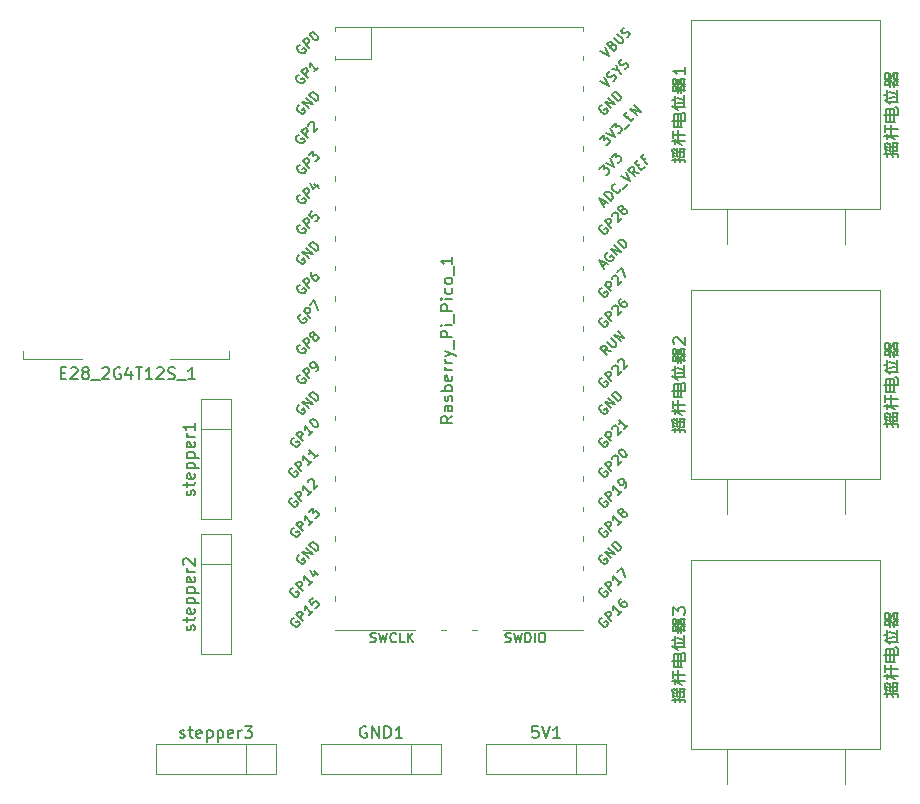
<source format=gbr>
%TF.GenerationSoftware,KiCad,Pcbnew,(6.0.1)*%
%TF.CreationDate,2022-02-13T21:33:51+08:00*%
%TF.ProjectId,PCB-1.0,5043422d-312e-4302-9e6b-696361645f70,rev?*%
%TF.SameCoordinates,Original*%
%TF.FileFunction,Legend,Top*%
%TF.FilePolarity,Positive*%
%FSLAX46Y46*%
G04 Gerber Fmt 4.6, Leading zero omitted, Abs format (unit mm)*
G04 Created by KiCad (PCBNEW (6.0.1)) date 2022-02-13 21:33:51*
%MOMM*%
%LPD*%
G01*
G04 APERTURE LIST*
%ADD10C,0.150000*%
%ADD11C,0.120000*%
G04 APERTURE END LIST*
D10*
%TO.C,E28_2G4T12S_1*%
X96073333Y-99378571D02*
X96406666Y-99378571D01*
X96549523Y-99902380D02*
X96073333Y-99902380D01*
X96073333Y-98902380D01*
X96549523Y-98902380D01*
X96930476Y-98997619D02*
X96978095Y-98950000D01*
X97073333Y-98902380D01*
X97311428Y-98902380D01*
X97406666Y-98950000D01*
X97454285Y-98997619D01*
X97501904Y-99092857D01*
X97501904Y-99188095D01*
X97454285Y-99330952D01*
X96882857Y-99902380D01*
X97501904Y-99902380D01*
X98073333Y-99330952D02*
X97978095Y-99283333D01*
X97930476Y-99235714D01*
X97882857Y-99140476D01*
X97882857Y-99092857D01*
X97930476Y-98997619D01*
X97978095Y-98950000D01*
X98073333Y-98902380D01*
X98263809Y-98902380D01*
X98359047Y-98950000D01*
X98406666Y-98997619D01*
X98454285Y-99092857D01*
X98454285Y-99140476D01*
X98406666Y-99235714D01*
X98359047Y-99283333D01*
X98263809Y-99330952D01*
X98073333Y-99330952D01*
X97978095Y-99378571D01*
X97930476Y-99426190D01*
X97882857Y-99521428D01*
X97882857Y-99711904D01*
X97930476Y-99807142D01*
X97978095Y-99854761D01*
X98073333Y-99902380D01*
X98263809Y-99902380D01*
X98359047Y-99854761D01*
X98406666Y-99807142D01*
X98454285Y-99711904D01*
X98454285Y-99521428D01*
X98406666Y-99426190D01*
X98359047Y-99378571D01*
X98263809Y-99330952D01*
X98644761Y-99997619D02*
X99406666Y-99997619D01*
X99597142Y-98997619D02*
X99644761Y-98950000D01*
X99740000Y-98902380D01*
X99978095Y-98902380D01*
X100073333Y-98950000D01*
X100120952Y-98997619D01*
X100168571Y-99092857D01*
X100168571Y-99188095D01*
X100120952Y-99330952D01*
X99549523Y-99902380D01*
X100168571Y-99902380D01*
X101120952Y-98950000D02*
X101025714Y-98902380D01*
X100882857Y-98902380D01*
X100740000Y-98950000D01*
X100644761Y-99045238D01*
X100597142Y-99140476D01*
X100549523Y-99330952D01*
X100549523Y-99473809D01*
X100597142Y-99664285D01*
X100644761Y-99759523D01*
X100740000Y-99854761D01*
X100882857Y-99902380D01*
X100978095Y-99902380D01*
X101120952Y-99854761D01*
X101168571Y-99807142D01*
X101168571Y-99473809D01*
X100978095Y-99473809D01*
X102025714Y-99235714D02*
X102025714Y-99902380D01*
X101787619Y-98854761D02*
X101549523Y-99569047D01*
X102168571Y-99569047D01*
X102406666Y-98902380D02*
X102978095Y-98902380D01*
X102692380Y-99902380D02*
X102692380Y-98902380D01*
X103835238Y-99902380D02*
X103263809Y-99902380D01*
X103549523Y-99902380D02*
X103549523Y-98902380D01*
X103454285Y-99045238D01*
X103359047Y-99140476D01*
X103263809Y-99188095D01*
X104216190Y-98997619D02*
X104263809Y-98950000D01*
X104359047Y-98902380D01*
X104597142Y-98902380D01*
X104692380Y-98950000D01*
X104740000Y-98997619D01*
X104787619Y-99092857D01*
X104787619Y-99188095D01*
X104740000Y-99330952D01*
X104168571Y-99902380D01*
X104787619Y-99902380D01*
X105168571Y-99854761D02*
X105311428Y-99902380D01*
X105549523Y-99902380D01*
X105644761Y-99854761D01*
X105692380Y-99807142D01*
X105740000Y-99711904D01*
X105740000Y-99616666D01*
X105692380Y-99521428D01*
X105644761Y-99473809D01*
X105549523Y-99426190D01*
X105359047Y-99378571D01*
X105263809Y-99330952D01*
X105216190Y-99283333D01*
X105168571Y-99188095D01*
X105168571Y-99092857D01*
X105216190Y-98997619D01*
X105263809Y-98950000D01*
X105359047Y-98902380D01*
X105597142Y-98902380D01*
X105740000Y-98950000D01*
X105930476Y-99997619D02*
X106692380Y-99997619D01*
X107454285Y-99902380D02*
X106882857Y-99902380D01*
X107168571Y-99902380D02*
X107168571Y-98902380D01*
X107073333Y-99045238D01*
X106978095Y-99140476D01*
X106882857Y-99188095D01*
%TO.C,5V1*%
X136493333Y-129282380D02*
X136017142Y-129282380D01*
X135969523Y-129758571D01*
X136017142Y-129710952D01*
X136112380Y-129663333D01*
X136350476Y-129663333D01*
X136445714Y-129710952D01*
X136493333Y-129758571D01*
X136540952Y-129853809D01*
X136540952Y-130091904D01*
X136493333Y-130187142D01*
X136445714Y-130234761D01*
X136350476Y-130282380D01*
X136112380Y-130282380D01*
X136017142Y-130234761D01*
X135969523Y-130187142D01*
X136826666Y-129282380D02*
X137160000Y-130282380D01*
X137493333Y-129282380D01*
X138350476Y-130282380D02*
X137779047Y-130282380D01*
X138064761Y-130282380D02*
X138064761Y-129282380D01*
X137969523Y-129425238D01*
X137874285Y-129520476D01*
X137779047Y-129568095D01*
%TO.C,stepper2*%
X107374761Y-121157619D02*
X107422380Y-121062380D01*
X107422380Y-120871904D01*
X107374761Y-120776666D01*
X107279523Y-120729047D01*
X107231904Y-120729047D01*
X107136666Y-120776666D01*
X107089047Y-120871904D01*
X107089047Y-121014761D01*
X107041428Y-121110000D01*
X106946190Y-121157619D01*
X106898571Y-121157619D01*
X106803333Y-121110000D01*
X106755714Y-121014761D01*
X106755714Y-120871904D01*
X106803333Y-120776666D01*
X106755714Y-120443333D02*
X106755714Y-120062380D01*
X106422380Y-120300476D02*
X107279523Y-120300476D01*
X107374761Y-120252857D01*
X107422380Y-120157619D01*
X107422380Y-120062380D01*
X107374761Y-119348095D02*
X107422380Y-119443333D01*
X107422380Y-119633809D01*
X107374761Y-119729047D01*
X107279523Y-119776666D01*
X106898571Y-119776666D01*
X106803333Y-119729047D01*
X106755714Y-119633809D01*
X106755714Y-119443333D01*
X106803333Y-119348095D01*
X106898571Y-119300476D01*
X106993809Y-119300476D01*
X107089047Y-119776666D01*
X106755714Y-118871904D02*
X107755714Y-118871904D01*
X106803333Y-118871904D02*
X106755714Y-118776666D01*
X106755714Y-118586190D01*
X106803333Y-118490952D01*
X106850952Y-118443333D01*
X106946190Y-118395714D01*
X107231904Y-118395714D01*
X107327142Y-118443333D01*
X107374761Y-118490952D01*
X107422380Y-118586190D01*
X107422380Y-118776666D01*
X107374761Y-118871904D01*
X106755714Y-117967142D02*
X107755714Y-117967142D01*
X106803333Y-117967142D02*
X106755714Y-117871904D01*
X106755714Y-117681428D01*
X106803333Y-117586190D01*
X106850952Y-117538571D01*
X106946190Y-117490952D01*
X107231904Y-117490952D01*
X107327142Y-117538571D01*
X107374761Y-117586190D01*
X107422380Y-117681428D01*
X107422380Y-117871904D01*
X107374761Y-117967142D01*
X107374761Y-116681428D02*
X107422380Y-116776666D01*
X107422380Y-116967142D01*
X107374761Y-117062380D01*
X107279523Y-117110000D01*
X106898571Y-117110000D01*
X106803333Y-117062380D01*
X106755714Y-116967142D01*
X106755714Y-116776666D01*
X106803333Y-116681428D01*
X106898571Y-116633809D01*
X106993809Y-116633809D01*
X107089047Y-117110000D01*
X107422380Y-116205238D02*
X106755714Y-116205238D01*
X106946190Y-116205238D02*
X106850952Y-116157619D01*
X106803333Y-116110000D01*
X106755714Y-116014761D01*
X106755714Y-115919523D01*
X106517619Y-115633809D02*
X106470000Y-115586190D01*
X106422380Y-115490952D01*
X106422380Y-115252857D01*
X106470000Y-115157619D01*
X106517619Y-115110000D01*
X106612857Y-115062380D01*
X106708095Y-115062380D01*
X106850952Y-115110000D01*
X107422380Y-115681428D01*
X107422380Y-115062380D01*
%TO.C,Rasberry_Pi_Pico_1*%
X129236380Y-103020761D02*
X128760190Y-103354095D01*
X129236380Y-103592190D02*
X128236380Y-103592190D01*
X128236380Y-103211238D01*
X128284000Y-103116000D01*
X128331619Y-103068380D01*
X128426857Y-103020761D01*
X128569714Y-103020761D01*
X128664952Y-103068380D01*
X128712571Y-103116000D01*
X128760190Y-103211238D01*
X128760190Y-103592190D01*
X129236380Y-102163619D02*
X128712571Y-102163619D01*
X128617333Y-102211238D01*
X128569714Y-102306476D01*
X128569714Y-102496952D01*
X128617333Y-102592190D01*
X129188761Y-102163619D02*
X129236380Y-102258857D01*
X129236380Y-102496952D01*
X129188761Y-102592190D01*
X129093523Y-102639809D01*
X128998285Y-102639809D01*
X128903047Y-102592190D01*
X128855428Y-102496952D01*
X128855428Y-102258857D01*
X128807809Y-102163619D01*
X129188761Y-101735047D02*
X129236380Y-101639809D01*
X129236380Y-101449333D01*
X129188761Y-101354095D01*
X129093523Y-101306476D01*
X129045904Y-101306476D01*
X128950666Y-101354095D01*
X128903047Y-101449333D01*
X128903047Y-101592190D01*
X128855428Y-101687428D01*
X128760190Y-101735047D01*
X128712571Y-101735047D01*
X128617333Y-101687428D01*
X128569714Y-101592190D01*
X128569714Y-101449333D01*
X128617333Y-101354095D01*
X129236380Y-100877904D02*
X128236380Y-100877904D01*
X128617333Y-100877904D02*
X128569714Y-100782666D01*
X128569714Y-100592190D01*
X128617333Y-100496952D01*
X128664952Y-100449333D01*
X128760190Y-100401714D01*
X129045904Y-100401714D01*
X129141142Y-100449333D01*
X129188761Y-100496952D01*
X129236380Y-100592190D01*
X129236380Y-100782666D01*
X129188761Y-100877904D01*
X129188761Y-99592190D02*
X129236380Y-99687428D01*
X129236380Y-99877904D01*
X129188761Y-99973142D01*
X129093523Y-100020761D01*
X128712571Y-100020761D01*
X128617333Y-99973142D01*
X128569714Y-99877904D01*
X128569714Y-99687428D01*
X128617333Y-99592190D01*
X128712571Y-99544571D01*
X128807809Y-99544571D01*
X128903047Y-100020761D01*
X129236380Y-99116000D02*
X128569714Y-99116000D01*
X128760190Y-99116000D02*
X128664952Y-99068380D01*
X128617333Y-99020761D01*
X128569714Y-98925523D01*
X128569714Y-98830285D01*
X129236380Y-98496952D02*
X128569714Y-98496952D01*
X128760190Y-98496952D02*
X128664952Y-98449333D01*
X128617333Y-98401714D01*
X128569714Y-98306476D01*
X128569714Y-98211238D01*
X128569714Y-97973142D02*
X129236380Y-97735047D01*
X128569714Y-97496952D02*
X129236380Y-97735047D01*
X129474476Y-97830285D01*
X129522095Y-97877904D01*
X129569714Y-97973142D01*
X129331619Y-97354095D02*
X129331619Y-96592190D01*
X129236380Y-96354095D02*
X128236380Y-96354095D01*
X128236380Y-95973142D01*
X128284000Y-95877904D01*
X128331619Y-95830285D01*
X128426857Y-95782666D01*
X128569714Y-95782666D01*
X128664952Y-95830285D01*
X128712571Y-95877904D01*
X128760190Y-95973142D01*
X128760190Y-96354095D01*
X129236380Y-95354095D02*
X128569714Y-95354095D01*
X128236380Y-95354095D02*
X128284000Y-95401714D01*
X128331619Y-95354095D01*
X128284000Y-95306476D01*
X128236380Y-95354095D01*
X128331619Y-95354095D01*
X129331619Y-95116000D02*
X129331619Y-94354095D01*
X129236380Y-94116000D02*
X128236380Y-94116000D01*
X128236380Y-93735047D01*
X128284000Y-93639809D01*
X128331619Y-93592190D01*
X128426857Y-93544571D01*
X128569714Y-93544571D01*
X128664952Y-93592190D01*
X128712571Y-93639809D01*
X128760190Y-93735047D01*
X128760190Y-94116000D01*
X129236380Y-93116000D02*
X128569714Y-93116000D01*
X128236380Y-93116000D02*
X128284000Y-93163619D01*
X128331619Y-93116000D01*
X128284000Y-93068380D01*
X128236380Y-93116000D01*
X128331619Y-93116000D01*
X129188761Y-92211238D02*
X129236380Y-92306476D01*
X129236380Y-92496952D01*
X129188761Y-92592190D01*
X129141142Y-92639809D01*
X129045904Y-92687428D01*
X128760190Y-92687428D01*
X128664952Y-92639809D01*
X128617333Y-92592190D01*
X128569714Y-92496952D01*
X128569714Y-92306476D01*
X128617333Y-92211238D01*
X129236380Y-91639809D02*
X129188761Y-91735047D01*
X129141142Y-91782666D01*
X129045904Y-91830285D01*
X128760190Y-91830285D01*
X128664952Y-91782666D01*
X128617333Y-91735047D01*
X128569714Y-91639809D01*
X128569714Y-91496952D01*
X128617333Y-91401714D01*
X128664952Y-91354095D01*
X128760190Y-91306476D01*
X129045904Y-91306476D01*
X129141142Y-91354095D01*
X129188761Y-91401714D01*
X129236380Y-91496952D01*
X129236380Y-91639809D01*
X129331619Y-91116000D02*
X129331619Y-90354095D01*
X129236380Y-89592190D02*
X129236380Y-90163619D01*
X129236380Y-89877904D02*
X128236380Y-89877904D01*
X128379238Y-89973142D01*
X128474476Y-90068380D01*
X128522095Y-90163619D01*
X141722131Y-79558308D02*
X142072317Y-79208122D01*
X142099255Y-79612183D01*
X142180067Y-79531370D01*
X142260879Y-79504433D01*
X142314754Y-79504433D01*
X142395566Y-79531370D01*
X142530253Y-79666057D01*
X142557190Y-79746870D01*
X142557190Y-79800744D01*
X142530253Y-79881557D01*
X142368629Y-80043181D01*
X142287816Y-80070118D01*
X142233942Y-80070118D01*
X142233942Y-79046497D02*
X142988189Y-79423621D01*
X142611065Y-78669374D01*
X142745752Y-78534687D02*
X143095938Y-78184500D01*
X143122876Y-78588561D01*
X143203688Y-78507749D01*
X143284500Y-78480812D01*
X143338375Y-78480812D01*
X143419187Y-78507749D01*
X143553874Y-78642436D01*
X143580812Y-78723248D01*
X143580812Y-78777123D01*
X143553874Y-78857935D01*
X143392250Y-79019560D01*
X143311438Y-79046497D01*
X143257563Y-79046497D01*
X143823248Y-78696311D02*
X144254247Y-78265312D01*
X144038748Y-77780439D02*
X144227309Y-77591877D01*
X144604433Y-77807377D02*
X144335059Y-78076751D01*
X143769374Y-77511065D01*
X144038748Y-77241691D01*
X144846870Y-77564940D02*
X144281184Y-76999255D01*
X145170118Y-77241691D01*
X144604433Y-76676006D01*
X116313096Y-81751218D02*
X116232284Y-81778155D01*
X116151471Y-81858967D01*
X116097597Y-81966717D01*
X116097597Y-82074467D01*
X116124534Y-82155279D01*
X116205346Y-82289966D01*
X116286158Y-82370778D01*
X116420845Y-82451590D01*
X116501658Y-82478528D01*
X116609407Y-82478528D01*
X116717157Y-82424653D01*
X116771032Y-82370778D01*
X116824906Y-82263028D01*
X116824906Y-82209154D01*
X116636345Y-82020592D01*
X116528595Y-82128341D01*
X117121218Y-82020592D02*
X116555532Y-81454906D01*
X116771032Y-81239407D01*
X116851844Y-81212470D01*
X116905719Y-81212470D01*
X116986531Y-81239407D01*
X117067343Y-81320219D01*
X117094280Y-81401032D01*
X117094280Y-81454906D01*
X117067343Y-81535719D01*
X116851844Y-81751218D01*
X117067343Y-80943096D02*
X117417529Y-80592910D01*
X117444467Y-80996971D01*
X117525279Y-80916158D01*
X117606091Y-80889221D01*
X117659966Y-80889221D01*
X117740778Y-80916158D01*
X117875465Y-81050845D01*
X117902402Y-81131658D01*
X117902402Y-81185532D01*
X117875465Y-81266345D01*
X117713841Y-81427969D01*
X117633028Y-81454906D01*
X117579154Y-81454906D01*
X115789722Y-112500592D02*
X115708910Y-112527529D01*
X115628097Y-112608341D01*
X115574223Y-112716091D01*
X115574223Y-112823841D01*
X115601160Y-112904653D01*
X115681972Y-113039340D01*
X115762784Y-113120152D01*
X115897471Y-113200964D01*
X115978284Y-113227902D01*
X116086033Y-113227902D01*
X116193783Y-113174027D01*
X116247658Y-113120152D01*
X116301532Y-113012402D01*
X116301532Y-112958528D01*
X116112971Y-112769966D01*
X116005221Y-112877715D01*
X116597844Y-112769966D02*
X116032158Y-112204280D01*
X116247658Y-111988781D01*
X116328470Y-111961844D01*
X116382345Y-111961844D01*
X116463157Y-111988781D01*
X116543969Y-112069593D01*
X116570906Y-112150406D01*
X116570906Y-112204280D01*
X116543969Y-112285093D01*
X116328470Y-112500592D01*
X117459841Y-111907969D02*
X117136592Y-112231218D01*
X117298216Y-112069593D02*
X116732531Y-111503908D01*
X116759468Y-111638595D01*
X116759468Y-111746345D01*
X116732531Y-111827157D01*
X117082717Y-111153722D02*
X117432903Y-110803536D01*
X117459841Y-111207597D01*
X117540653Y-111126784D01*
X117621465Y-111099847D01*
X117675340Y-111099847D01*
X117756152Y-111126784D01*
X117890839Y-111261471D01*
X117917776Y-111342284D01*
X117917776Y-111396158D01*
X117890839Y-111476971D01*
X117729215Y-111638595D01*
X117648402Y-111665532D01*
X117594528Y-111665532D01*
X115643722Y-109960592D02*
X115562910Y-109987529D01*
X115482097Y-110068341D01*
X115428223Y-110176091D01*
X115428223Y-110283841D01*
X115455160Y-110364653D01*
X115535972Y-110499340D01*
X115616784Y-110580152D01*
X115751471Y-110660964D01*
X115832284Y-110687902D01*
X115940033Y-110687902D01*
X116047783Y-110634027D01*
X116101658Y-110580152D01*
X116155532Y-110472402D01*
X116155532Y-110418528D01*
X115966971Y-110229966D01*
X115859221Y-110337715D01*
X116451844Y-110229966D02*
X115886158Y-109664280D01*
X116101658Y-109448781D01*
X116182470Y-109421844D01*
X116236345Y-109421844D01*
X116317157Y-109448781D01*
X116397969Y-109529593D01*
X116424906Y-109610406D01*
X116424906Y-109664280D01*
X116397969Y-109745093D01*
X116182470Y-109960592D01*
X117313841Y-109367969D02*
X116990592Y-109691218D01*
X117152216Y-109529593D02*
X116586531Y-108963908D01*
X116613468Y-109098595D01*
X116613468Y-109206345D01*
X116586531Y-109287157D01*
X117017529Y-108640659D02*
X117017529Y-108586784D01*
X117044467Y-108505972D01*
X117179154Y-108371285D01*
X117259966Y-108344348D01*
X117313841Y-108344348D01*
X117394653Y-108371285D01*
X117448528Y-108425160D01*
X117502402Y-108532910D01*
X117502402Y-109179407D01*
X117852589Y-108829221D01*
X141954788Y-85133773D02*
X142224162Y-84864399D01*
X142062537Y-85349272D02*
X141685414Y-84595025D01*
X142439661Y-84972149D01*
X142628223Y-84783587D02*
X142062537Y-84217902D01*
X142197224Y-84083215D01*
X142304974Y-84029340D01*
X142412723Y-84029340D01*
X142493536Y-84056277D01*
X142628223Y-84137089D01*
X142709035Y-84217902D01*
X142789847Y-84352589D01*
X142816784Y-84433401D01*
X142816784Y-84541150D01*
X142762910Y-84648900D01*
X142628223Y-84783587D01*
X143463282Y-83840778D02*
X143463282Y-83894653D01*
X143409407Y-84002402D01*
X143355532Y-84056277D01*
X143247783Y-84110152D01*
X143140033Y-84110152D01*
X143059221Y-84083215D01*
X142924534Y-84002402D01*
X142843722Y-83921590D01*
X142762910Y-83786903D01*
X142735972Y-83706091D01*
X142735972Y-83598341D01*
X142789847Y-83490592D01*
X142843722Y-83436717D01*
X142951471Y-83382842D01*
X143005346Y-83382842D01*
X143678781Y-83840778D02*
X144109780Y-83409780D01*
X143544094Y-82736345D02*
X144298341Y-83113468D01*
X143921218Y-82359221D01*
X144998714Y-82413096D02*
X144540778Y-82332284D01*
X144675465Y-82736345D02*
X144109780Y-82170659D01*
X144325279Y-81955160D01*
X144406091Y-81928223D01*
X144459966Y-81928223D01*
X144540778Y-81955160D01*
X144621590Y-82035972D01*
X144648528Y-82116784D01*
X144648528Y-82170659D01*
X144621590Y-82251471D01*
X144406091Y-82466971D01*
X144944839Y-81874348D02*
X145133401Y-81685786D01*
X145510524Y-81901285D02*
X145241150Y-82170659D01*
X144675465Y-81604974D01*
X144944839Y-81335600D01*
X145645211Y-81173975D02*
X145456650Y-81362537D01*
X145752961Y-81658849D02*
X145187276Y-81093163D01*
X145456650Y-80823789D01*
X116286158Y-114798155D02*
X116205346Y-114825093D01*
X116124534Y-114905905D01*
X116070659Y-115013654D01*
X116070659Y-115121404D01*
X116097597Y-115202216D01*
X116178409Y-115336903D01*
X116259221Y-115417715D01*
X116393908Y-115498528D01*
X116474720Y-115525465D01*
X116582470Y-115525465D01*
X116690219Y-115471590D01*
X116744094Y-115417715D01*
X116797969Y-115309966D01*
X116797969Y-115256091D01*
X116609407Y-115067529D01*
X116501658Y-115175279D01*
X117094280Y-115067529D02*
X116528595Y-114501844D01*
X117417529Y-114744280D01*
X116851844Y-114178595D01*
X117686903Y-114474906D02*
X117121218Y-113909221D01*
X117255905Y-113774534D01*
X117363654Y-113720659D01*
X117471404Y-113720659D01*
X117552216Y-113747597D01*
X117686903Y-113828409D01*
X117767715Y-113909221D01*
X117848528Y-114043908D01*
X117875465Y-114124720D01*
X117875465Y-114232470D01*
X117821590Y-114340219D01*
X117686903Y-114474906D01*
X141897722Y-112500592D02*
X141816910Y-112527529D01*
X141736097Y-112608341D01*
X141682223Y-112716091D01*
X141682223Y-112823841D01*
X141709160Y-112904653D01*
X141789972Y-113039340D01*
X141870784Y-113120152D01*
X142005471Y-113200964D01*
X142086284Y-113227902D01*
X142194033Y-113227902D01*
X142301783Y-113174027D01*
X142355658Y-113120152D01*
X142409532Y-113012402D01*
X142409532Y-112958528D01*
X142220971Y-112769966D01*
X142113221Y-112877715D01*
X142705844Y-112769966D02*
X142140158Y-112204280D01*
X142355658Y-111988781D01*
X142436470Y-111961844D01*
X142490345Y-111961844D01*
X142571157Y-111988781D01*
X142651969Y-112069593D01*
X142678906Y-112150406D01*
X142678906Y-112204280D01*
X142651969Y-112285093D01*
X142436470Y-112500592D01*
X143567841Y-111907969D02*
X143244592Y-112231218D01*
X143406216Y-112069593D02*
X142840531Y-111503908D01*
X142867468Y-111638595D01*
X142867468Y-111746345D01*
X142840531Y-111827157D01*
X143567841Y-111261471D02*
X143487028Y-111288409D01*
X143433154Y-111288409D01*
X143352341Y-111261471D01*
X143325404Y-111234534D01*
X143298467Y-111153722D01*
X143298467Y-111099847D01*
X143325404Y-111019035D01*
X143433154Y-110911285D01*
X143513966Y-110884348D01*
X143567841Y-110884348D01*
X143648653Y-110911285D01*
X143675590Y-110938223D01*
X143702528Y-111019035D01*
X143702528Y-111072910D01*
X143675590Y-111153722D01*
X143567841Y-111261471D01*
X143540903Y-111342284D01*
X143540903Y-111396158D01*
X143567841Y-111476971D01*
X143675590Y-111584720D01*
X143756402Y-111611658D01*
X143810277Y-111611658D01*
X143891089Y-111584720D01*
X143998839Y-111476971D01*
X144025776Y-111396158D01*
X144025776Y-111342284D01*
X143998839Y-111261471D01*
X143891089Y-111153722D01*
X143810277Y-111126784D01*
X143756402Y-111126784D01*
X143675590Y-111153722D01*
X141886158Y-102098155D02*
X141805346Y-102125093D01*
X141724534Y-102205905D01*
X141670659Y-102313654D01*
X141670659Y-102421404D01*
X141697597Y-102502216D01*
X141778409Y-102636903D01*
X141859221Y-102717715D01*
X141993908Y-102798528D01*
X142074720Y-102825465D01*
X142182470Y-102825465D01*
X142290219Y-102771590D01*
X142344094Y-102717715D01*
X142397969Y-102609966D01*
X142397969Y-102556091D01*
X142209407Y-102367529D01*
X142101658Y-102475279D01*
X142694280Y-102367529D02*
X142128595Y-101801844D01*
X143017529Y-102044280D01*
X142451844Y-101478595D01*
X143286903Y-101774906D02*
X142721218Y-101209221D01*
X142855905Y-101074534D01*
X142963654Y-101020659D01*
X143071404Y-101020659D01*
X143152216Y-101047597D01*
X143286903Y-101128409D01*
X143367715Y-101209221D01*
X143448528Y-101343908D01*
X143475465Y-101424720D01*
X143475465Y-101532470D01*
X143421590Y-101640219D01*
X143286903Y-101774906D01*
X133704761Y-122123809D02*
X133819047Y-122161904D01*
X134009523Y-122161904D01*
X134085714Y-122123809D01*
X134123809Y-122085714D01*
X134161904Y-122009523D01*
X134161904Y-121933333D01*
X134123809Y-121857142D01*
X134085714Y-121819047D01*
X134009523Y-121780952D01*
X133857142Y-121742857D01*
X133780952Y-121704761D01*
X133742857Y-121666666D01*
X133704761Y-121590476D01*
X133704761Y-121514285D01*
X133742857Y-121438095D01*
X133780952Y-121400000D01*
X133857142Y-121361904D01*
X134047619Y-121361904D01*
X134161904Y-121400000D01*
X134428571Y-121361904D02*
X134619047Y-122161904D01*
X134771428Y-121590476D01*
X134923809Y-122161904D01*
X135114285Y-121361904D01*
X135419047Y-122161904D02*
X135419047Y-121361904D01*
X135609523Y-121361904D01*
X135723809Y-121400000D01*
X135800000Y-121476190D01*
X135838095Y-121552380D01*
X135876190Y-121704761D01*
X135876190Y-121819047D01*
X135838095Y-121971428D01*
X135800000Y-122047619D01*
X135723809Y-122123809D01*
X135609523Y-122161904D01*
X135419047Y-122161904D01*
X136219047Y-122161904D02*
X136219047Y-121361904D01*
X136752380Y-121361904D02*
X136904761Y-121361904D01*
X136980952Y-121400000D01*
X137057142Y-121476190D01*
X137095238Y-121628571D01*
X137095238Y-121895238D01*
X137057142Y-122047619D01*
X136980952Y-122123809D01*
X136904761Y-122161904D01*
X136752380Y-122161904D01*
X136676190Y-122123809D01*
X136600000Y-122047619D01*
X136561904Y-121895238D01*
X136561904Y-121628571D01*
X136600000Y-121476190D01*
X136676190Y-121400000D01*
X136752380Y-121361904D01*
X122290476Y-122123809D02*
X122404761Y-122161904D01*
X122595238Y-122161904D01*
X122671428Y-122123809D01*
X122709523Y-122085714D01*
X122747619Y-122009523D01*
X122747619Y-121933333D01*
X122709523Y-121857142D01*
X122671428Y-121819047D01*
X122595238Y-121780952D01*
X122442857Y-121742857D01*
X122366666Y-121704761D01*
X122328571Y-121666666D01*
X122290476Y-121590476D01*
X122290476Y-121514285D01*
X122328571Y-121438095D01*
X122366666Y-121400000D01*
X122442857Y-121361904D01*
X122633333Y-121361904D01*
X122747619Y-121400000D01*
X123014285Y-121361904D02*
X123204761Y-122161904D01*
X123357142Y-121590476D01*
X123509523Y-122161904D01*
X123700000Y-121361904D01*
X124461904Y-122085714D02*
X124423809Y-122123809D01*
X124309523Y-122161904D01*
X124233333Y-122161904D01*
X124119047Y-122123809D01*
X124042857Y-122047619D01*
X124004761Y-121971428D01*
X123966666Y-121819047D01*
X123966666Y-121704761D01*
X124004761Y-121552380D01*
X124042857Y-121476190D01*
X124119047Y-121400000D01*
X124233333Y-121361904D01*
X124309523Y-121361904D01*
X124423809Y-121400000D01*
X124461904Y-121438095D01*
X125185714Y-122161904D02*
X124804761Y-122161904D01*
X124804761Y-121361904D01*
X125452380Y-122161904D02*
X125452380Y-121361904D01*
X125909523Y-122161904D02*
X125566666Y-121704761D01*
X125909523Y-121361904D02*
X125452380Y-121819047D01*
X116313096Y-96991218D02*
X116232284Y-97018155D01*
X116151471Y-97098967D01*
X116097597Y-97206717D01*
X116097597Y-97314467D01*
X116124534Y-97395279D01*
X116205346Y-97529966D01*
X116286158Y-97610778D01*
X116420845Y-97691590D01*
X116501658Y-97718528D01*
X116609407Y-97718528D01*
X116717157Y-97664653D01*
X116771032Y-97610778D01*
X116824906Y-97503028D01*
X116824906Y-97449154D01*
X116636345Y-97260592D01*
X116528595Y-97368341D01*
X117121218Y-97260592D02*
X116555532Y-96694906D01*
X116771032Y-96479407D01*
X116851844Y-96452470D01*
X116905719Y-96452470D01*
X116986531Y-96479407D01*
X117067343Y-96560219D01*
X117094280Y-96641032D01*
X117094280Y-96694906D01*
X117067343Y-96775719D01*
X116851844Y-96991218D01*
X117444467Y-96290845D02*
X117363654Y-96317783D01*
X117309780Y-96317783D01*
X117228967Y-96290845D01*
X117202030Y-96263908D01*
X117175093Y-96183096D01*
X117175093Y-96129221D01*
X117202030Y-96048409D01*
X117309780Y-95940659D01*
X117390592Y-95913722D01*
X117444467Y-95913722D01*
X117525279Y-95940659D01*
X117552216Y-95967597D01*
X117579154Y-96048409D01*
X117579154Y-96102284D01*
X117552216Y-96183096D01*
X117444467Y-96290845D01*
X117417529Y-96371658D01*
X117417529Y-96425532D01*
X117444467Y-96506345D01*
X117552216Y-96614094D01*
X117633028Y-96641032D01*
X117686903Y-96641032D01*
X117767715Y-96614094D01*
X117875465Y-96506345D01*
X117902402Y-96425532D01*
X117902402Y-96371658D01*
X117875465Y-96290845D01*
X117767715Y-96183096D01*
X117686903Y-96156158D01*
X117633028Y-96156158D01*
X117552216Y-96183096D01*
X141886158Y-114798155D02*
X141805346Y-114825093D01*
X141724534Y-114905905D01*
X141670659Y-115013654D01*
X141670659Y-115121404D01*
X141697597Y-115202216D01*
X141778409Y-115336903D01*
X141859221Y-115417715D01*
X141993908Y-115498528D01*
X142074720Y-115525465D01*
X142182470Y-115525465D01*
X142290219Y-115471590D01*
X142344094Y-115417715D01*
X142397969Y-115309966D01*
X142397969Y-115256091D01*
X142209407Y-115067529D01*
X142101658Y-115175279D01*
X142694280Y-115067529D02*
X142128595Y-114501844D01*
X143017529Y-114744280D01*
X142451844Y-114178595D01*
X143286903Y-114474906D02*
X142721218Y-113909221D01*
X142855905Y-113774534D01*
X142963654Y-113720659D01*
X143071404Y-113720659D01*
X143152216Y-113747597D01*
X143286903Y-113828409D01*
X143367715Y-113909221D01*
X143448528Y-114043908D01*
X143475465Y-114124720D01*
X143475465Y-114232470D01*
X143421590Y-114340219D01*
X143286903Y-114474906D01*
X116286158Y-76698155D02*
X116205346Y-76725093D01*
X116124534Y-76805905D01*
X116070659Y-76913654D01*
X116070659Y-77021404D01*
X116097597Y-77102216D01*
X116178409Y-77236903D01*
X116259221Y-77317715D01*
X116393908Y-77398528D01*
X116474720Y-77425465D01*
X116582470Y-77425465D01*
X116690219Y-77371590D01*
X116744094Y-77317715D01*
X116797969Y-77209966D01*
X116797969Y-77156091D01*
X116609407Y-76967529D01*
X116501658Y-77075279D01*
X117094280Y-76967529D02*
X116528595Y-76401844D01*
X117417529Y-76644280D01*
X116851844Y-76078595D01*
X117686903Y-76374906D02*
X117121218Y-75809221D01*
X117255905Y-75674534D01*
X117363654Y-75620659D01*
X117471404Y-75620659D01*
X117552216Y-75647597D01*
X117686903Y-75728409D01*
X117767715Y-75809221D01*
X117848528Y-75943908D01*
X117875465Y-76024720D01*
X117875465Y-76132470D01*
X117821590Y-76240219D01*
X117686903Y-76374906D01*
X116286158Y-102098155D02*
X116205346Y-102125093D01*
X116124534Y-102205905D01*
X116070659Y-102313654D01*
X116070659Y-102421404D01*
X116097597Y-102502216D01*
X116178409Y-102636903D01*
X116259221Y-102717715D01*
X116393908Y-102798528D01*
X116474720Y-102825465D01*
X116582470Y-102825465D01*
X116690219Y-102771590D01*
X116744094Y-102717715D01*
X116797969Y-102609966D01*
X116797969Y-102556091D01*
X116609407Y-102367529D01*
X116501658Y-102475279D01*
X117094280Y-102367529D02*
X116528595Y-101801844D01*
X117417529Y-102044280D01*
X116851844Y-101478595D01*
X117686903Y-101774906D02*
X117121218Y-101209221D01*
X117255905Y-101074534D01*
X117363654Y-101020659D01*
X117471404Y-101020659D01*
X117552216Y-101047597D01*
X117686903Y-101128409D01*
X117767715Y-101209221D01*
X117848528Y-101343908D01*
X117875465Y-101424720D01*
X117875465Y-101532470D01*
X117821590Y-101640219D01*
X117686903Y-101774906D01*
X141897722Y-104890592D02*
X141816910Y-104917529D01*
X141736097Y-104998341D01*
X141682223Y-105106091D01*
X141682223Y-105213841D01*
X141709160Y-105294653D01*
X141789972Y-105429340D01*
X141870784Y-105510152D01*
X142005471Y-105590964D01*
X142086284Y-105617902D01*
X142194033Y-105617902D01*
X142301783Y-105564027D01*
X142355658Y-105510152D01*
X142409532Y-105402402D01*
X142409532Y-105348528D01*
X142220971Y-105159966D01*
X142113221Y-105267715D01*
X142705844Y-105159966D02*
X142140158Y-104594280D01*
X142355658Y-104378781D01*
X142436470Y-104351844D01*
X142490345Y-104351844D01*
X142571157Y-104378781D01*
X142651969Y-104459593D01*
X142678906Y-104540406D01*
X142678906Y-104594280D01*
X142651969Y-104675093D01*
X142436470Y-104890592D01*
X142732781Y-104109407D02*
X142732781Y-104055532D01*
X142759719Y-103974720D01*
X142894406Y-103840033D01*
X142975218Y-103813096D01*
X143029093Y-103813096D01*
X143109905Y-103840033D01*
X143163780Y-103893908D01*
X143217654Y-104001658D01*
X143217654Y-104648155D01*
X143567841Y-104297969D01*
X144106589Y-103759221D02*
X143783340Y-104082470D01*
X143944964Y-103920845D02*
X143379279Y-103355160D01*
X143406216Y-103489847D01*
X143406216Y-103597597D01*
X143379279Y-103678409D01*
X141897722Y-92190592D02*
X141816910Y-92217529D01*
X141736097Y-92298341D01*
X141682223Y-92406091D01*
X141682223Y-92513841D01*
X141709160Y-92594653D01*
X141789972Y-92729340D01*
X141870784Y-92810152D01*
X142005471Y-92890964D01*
X142086284Y-92917902D01*
X142194033Y-92917902D01*
X142301783Y-92864027D01*
X142355658Y-92810152D01*
X142409532Y-92702402D01*
X142409532Y-92648528D01*
X142220971Y-92459966D01*
X142113221Y-92567715D01*
X142705844Y-92459966D02*
X142140158Y-91894280D01*
X142355658Y-91678781D01*
X142436470Y-91651844D01*
X142490345Y-91651844D01*
X142571157Y-91678781D01*
X142651969Y-91759593D01*
X142678906Y-91840406D01*
X142678906Y-91894280D01*
X142651969Y-91975093D01*
X142436470Y-92190592D01*
X142732781Y-91409407D02*
X142732781Y-91355532D01*
X142759719Y-91274720D01*
X142894406Y-91140033D01*
X142975218Y-91113096D01*
X143029093Y-91113096D01*
X143109905Y-91140033D01*
X143163780Y-91193908D01*
X143217654Y-91301658D01*
X143217654Y-91948155D01*
X143567841Y-91597969D01*
X143190717Y-90843722D02*
X143567841Y-90466598D01*
X143891089Y-91274720D01*
X141897722Y-117580592D02*
X141816910Y-117607529D01*
X141736097Y-117688341D01*
X141682223Y-117796091D01*
X141682223Y-117903841D01*
X141709160Y-117984653D01*
X141789972Y-118119340D01*
X141870784Y-118200152D01*
X142005471Y-118280964D01*
X142086284Y-118307902D01*
X142194033Y-118307902D01*
X142301783Y-118254027D01*
X142355658Y-118200152D01*
X142409532Y-118092402D01*
X142409532Y-118038528D01*
X142220971Y-117849966D01*
X142113221Y-117957715D01*
X142705844Y-117849966D02*
X142140158Y-117284280D01*
X142355658Y-117068781D01*
X142436470Y-117041844D01*
X142490345Y-117041844D01*
X142571157Y-117068781D01*
X142651969Y-117149593D01*
X142678906Y-117230406D01*
X142678906Y-117284280D01*
X142651969Y-117365093D01*
X142436470Y-117580592D01*
X143567841Y-116987969D02*
X143244592Y-117311218D01*
X143406216Y-117149593D02*
X142840531Y-116583908D01*
X142867468Y-116718595D01*
X142867468Y-116826345D01*
X142840531Y-116907157D01*
X143190717Y-116233722D02*
X143567841Y-115856598D01*
X143891089Y-116664720D01*
X116313096Y-71591218D02*
X116232284Y-71618155D01*
X116151471Y-71698967D01*
X116097597Y-71806717D01*
X116097597Y-71914467D01*
X116124534Y-71995279D01*
X116205346Y-72129966D01*
X116286158Y-72210778D01*
X116420845Y-72291590D01*
X116501658Y-72318528D01*
X116609407Y-72318528D01*
X116717157Y-72264653D01*
X116771032Y-72210778D01*
X116824906Y-72103028D01*
X116824906Y-72049154D01*
X116636345Y-71860592D01*
X116528595Y-71968341D01*
X117121218Y-71860592D02*
X116555532Y-71294906D01*
X116771032Y-71079407D01*
X116851844Y-71052470D01*
X116905719Y-71052470D01*
X116986531Y-71079407D01*
X117067343Y-71160219D01*
X117094280Y-71241032D01*
X117094280Y-71294906D01*
X117067343Y-71375719D01*
X116851844Y-71591218D01*
X117228967Y-70621471D02*
X117282842Y-70567597D01*
X117363654Y-70540659D01*
X117417529Y-70540659D01*
X117498341Y-70567597D01*
X117633028Y-70648409D01*
X117767715Y-70783096D01*
X117848528Y-70917783D01*
X117875465Y-70998595D01*
X117875465Y-71052470D01*
X117848528Y-71133282D01*
X117794653Y-71187157D01*
X117713841Y-71214094D01*
X117659966Y-71214094D01*
X117579154Y-71187157D01*
X117444467Y-71106345D01*
X117309780Y-70971658D01*
X117228967Y-70836971D01*
X117202030Y-70756158D01*
X117202030Y-70702284D01*
X117228967Y-70621471D01*
X115789722Y-120120592D02*
X115708910Y-120147529D01*
X115628097Y-120228341D01*
X115574223Y-120336091D01*
X115574223Y-120443841D01*
X115601160Y-120524653D01*
X115681972Y-120659340D01*
X115762784Y-120740152D01*
X115897471Y-120820964D01*
X115978284Y-120847902D01*
X116086033Y-120847902D01*
X116193783Y-120794027D01*
X116247658Y-120740152D01*
X116301532Y-120632402D01*
X116301532Y-120578528D01*
X116112971Y-120389966D01*
X116005221Y-120497715D01*
X116597844Y-120389966D02*
X116032158Y-119824280D01*
X116247658Y-119608781D01*
X116328470Y-119581844D01*
X116382345Y-119581844D01*
X116463157Y-119608781D01*
X116543969Y-119689593D01*
X116570906Y-119770406D01*
X116570906Y-119824280D01*
X116543969Y-119905093D01*
X116328470Y-120120592D01*
X117459841Y-119527969D02*
X117136592Y-119851218D01*
X117298216Y-119689593D02*
X116732531Y-119123908D01*
X116759468Y-119258595D01*
X116759468Y-119366345D01*
X116732531Y-119447157D01*
X117405966Y-118450473D02*
X117136592Y-118719847D01*
X117379028Y-119016158D01*
X117379028Y-118962284D01*
X117405966Y-118881471D01*
X117540653Y-118746784D01*
X117621465Y-118719847D01*
X117675340Y-118719847D01*
X117756152Y-118746784D01*
X117890839Y-118881471D01*
X117917776Y-118962284D01*
X117917776Y-119016158D01*
X117890839Y-119096971D01*
X117756152Y-119231658D01*
X117675340Y-119258595D01*
X117621465Y-119258595D01*
X116286158Y-89398155D02*
X116205346Y-89425093D01*
X116124534Y-89505905D01*
X116070659Y-89613654D01*
X116070659Y-89721404D01*
X116097597Y-89802216D01*
X116178409Y-89936903D01*
X116259221Y-90017715D01*
X116393908Y-90098528D01*
X116474720Y-90125465D01*
X116582470Y-90125465D01*
X116690219Y-90071590D01*
X116744094Y-90017715D01*
X116797969Y-89909966D01*
X116797969Y-89856091D01*
X116609407Y-89667529D01*
X116501658Y-89775279D01*
X117094280Y-89667529D02*
X116528595Y-89101844D01*
X117417529Y-89344280D01*
X116851844Y-88778595D01*
X117686903Y-89074906D02*
X117121218Y-88509221D01*
X117255905Y-88374534D01*
X117363654Y-88320659D01*
X117471404Y-88320659D01*
X117552216Y-88347597D01*
X117686903Y-88428409D01*
X117767715Y-88509221D01*
X117848528Y-88643908D01*
X117875465Y-88724720D01*
X117875465Y-88832470D01*
X117821590Y-88940219D01*
X117686903Y-89074906D01*
X141897722Y-99800592D02*
X141816910Y-99827529D01*
X141736097Y-99908341D01*
X141682223Y-100016091D01*
X141682223Y-100123841D01*
X141709160Y-100204653D01*
X141789972Y-100339340D01*
X141870784Y-100420152D01*
X142005471Y-100500964D01*
X142086284Y-100527902D01*
X142194033Y-100527902D01*
X142301783Y-100474027D01*
X142355658Y-100420152D01*
X142409532Y-100312402D01*
X142409532Y-100258528D01*
X142220971Y-100069966D01*
X142113221Y-100177715D01*
X142705844Y-100069966D02*
X142140158Y-99504280D01*
X142355658Y-99288781D01*
X142436470Y-99261844D01*
X142490345Y-99261844D01*
X142571157Y-99288781D01*
X142651969Y-99369593D01*
X142678906Y-99450406D01*
X142678906Y-99504280D01*
X142651969Y-99585093D01*
X142436470Y-99800592D01*
X142732781Y-99019407D02*
X142732781Y-98965532D01*
X142759719Y-98884720D01*
X142894406Y-98750033D01*
X142975218Y-98723096D01*
X143029093Y-98723096D01*
X143109905Y-98750033D01*
X143163780Y-98803908D01*
X143217654Y-98911658D01*
X143217654Y-99558155D01*
X143567841Y-99207969D01*
X143271529Y-98480659D02*
X143271529Y-98426784D01*
X143298467Y-98345972D01*
X143433154Y-98211285D01*
X143513966Y-98184348D01*
X143567841Y-98184348D01*
X143648653Y-98211285D01*
X143702528Y-98265160D01*
X143756402Y-98372910D01*
X143756402Y-99019407D01*
X144106589Y-98669221D01*
X141951597Y-90340964D02*
X142220971Y-90071590D01*
X142059346Y-90556463D02*
X141682223Y-89802216D01*
X142436470Y-90179340D01*
X142382595Y-89155719D02*
X142301783Y-89182656D01*
X142220971Y-89263468D01*
X142167096Y-89371218D01*
X142167096Y-89478967D01*
X142194033Y-89559780D01*
X142274845Y-89694467D01*
X142355658Y-89775279D01*
X142490345Y-89856091D01*
X142571157Y-89883028D01*
X142678906Y-89883028D01*
X142786656Y-89829154D01*
X142840531Y-89775279D01*
X142894406Y-89667529D01*
X142894406Y-89613654D01*
X142705844Y-89425093D01*
X142598094Y-89532842D01*
X143190717Y-89425093D02*
X142625032Y-88859407D01*
X143513966Y-89101844D01*
X142948280Y-88536158D01*
X143783340Y-88832470D02*
X143217654Y-88266784D01*
X143352341Y-88132097D01*
X143460091Y-88078223D01*
X143567841Y-88078223D01*
X143648653Y-88105160D01*
X143783340Y-88185972D01*
X143864152Y-88266784D01*
X143944964Y-88401471D01*
X143971902Y-88482284D01*
X143971902Y-88590033D01*
X143918027Y-88697783D01*
X143783340Y-88832470D01*
X141720473Y-74669966D02*
X142474720Y-75047089D01*
X142097597Y-74292842D01*
X142797969Y-74669966D02*
X142905719Y-74616091D01*
X143040406Y-74481404D01*
X143067343Y-74400592D01*
X143067343Y-74346717D01*
X143040406Y-74265905D01*
X142986531Y-74212030D01*
X142905719Y-74185093D01*
X142851844Y-74185093D01*
X142771032Y-74212030D01*
X142636345Y-74292842D01*
X142555532Y-74319780D01*
X142501658Y-74319780D01*
X142420845Y-74292842D01*
X142366971Y-74238967D01*
X142340033Y-74158155D01*
X142340033Y-74104280D01*
X142366971Y-74023468D01*
X142501658Y-73888781D01*
X142609407Y-73834906D01*
X143228967Y-73754094D02*
X143498341Y-74023468D01*
X142744094Y-73646345D02*
X143228967Y-73754094D01*
X143121218Y-73269221D01*
X143821590Y-73646345D02*
X143929340Y-73592470D01*
X144064027Y-73457783D01*
X144090964Y-73376971D01*
X144090964Y-73323096D01*
X144064027Y-73242284D01*
X144010152Y-73188409D01*
X143929340Y-73161471D01*
X143875465Y-73161471D01*
X143794653Y-73188409D01*
X143659966Y-73269221D01*
X143579154Y-73296158D01*
X143525279Y-73296158D01*
X143444467Y-73269221D01*
X143390592Y-73215346D01*
X143363654Y-73134534D01*
X143363654Y-73080659D01*
X143390592Y-72999847D01*
X143525279Y-72865160D01*
X143633028Y-72811285D01*
X141886158Y-76698155D02*
X141805346Y-76725093D01*
X141724534Y-76805905D01*
X141670659Y-76913654D01*
X141670659Y-77021404D01*
X141697597Y-77102216D01*
X141778409Y-77236903D01*
X141859221Y-77317715D01*
X141993908Y-77398528D01*
X142074720Y-77425465D01*
X142182470Y-77425465D01*
X142290219Y-77371590D01*
X142344094Y-77317715D01*
X142397969Y-77209966D01*
X142397969Y-77156091D01*
X142209407Y-76967529D01*
X142101658Y-77075279D01*
X142694280Y-76967529D02*
X142128595Y-76401844D01*
X143017529Y-76644280D01*
X142451844Y-76078595D01*
X143286903Y-76374906D02*
X142721218Y-75809221D01*
X142855905Y-75674534D01*
X142963654Y-75620659D01*
X143071404Y-75620659D01*
X143152216Y-75647597D01*
X143286903Y-75728409D01*
X143367715Y-75809221D01*
X143448528Y-75943908D01*
X143475465Y-76024720D01*
X143475465Y-76132470D01*
X143421590Y-76240219D01*
X143286903Y-76374906D01*
X116413096Y-94421218D02*
X116332284Y-94448155D01*
X116251471Y-94528967D01*
X116197597Y-94636717D01*
X116197597Y-94744467D01*
X116224534Y-94825279D01*
X116305346Y-94959966D01*
X116386158Y-95040778D01*
X116520845Y-95121590D01*
X116601658Y-95148528D01*
X116709407Y-95148528D01*
X116817157Y-95094653D01*
X116871032Y-95040778D01*
X116924906Y-94933028D01*
X116924906Y-94879154D01*
X116736345Y-94690592D01*
X116628595Y-94798341D01*
X117221218Y-94690592D02*
X116655532Y-94124906D01*
X116871032Y-93909407D01*
X116951844Y-93882470D01*
X117005719Y-93882470D01*
X117086531Y-93909407D01*
X117167343Y-93990219D01*
X117194280Y-94071032D01*
X117194280Y-94124906D01*
X117167343Y-94205719D01*
X116951844Y-94421218D01*
X117167343Y-93613096D02*
X117544467Y-93235972D01*
X117867715Y-94044094D01*
X116213096Y-79211218D02*
X116132284Y-79238155D01*
X116051471Y-79318967D01*
X115997597Y-79426717D01*
X115997597Y-79534467D01*
X116024534Y-79615279D01*
X116105346Y-79749966D01*
X116186158Y-79830778D01*
X116320845Y-79911590D01*
X116401658Y-79938528D01*
X116509407Y-79938528D01*
X116617157Y-79884653D01*
X116671032Y-79830778D01*
X116724906Y-79723028D01*
X116724906Y-79669154D01*
X116536345Y-79480592D01*
X116428595Y-79588341D01*
X117021218Y-79480592D02*
X116455532Y-78914906D01*
X116671032Y-78699407D01*
X116751844Y-78672470D01*
X116805719Y-78672470D01*
X116886531Y-78699407D01*
X116967343Y-78780219D01*
X116994280Y-78861032D01*
X116994280Y-78914906D01*
X116967343Y-78995719D01*
X116751844Y-79211218D01*
X117048155Y-78430033D02*
X117048155Y-78376158D01*
X117075093Y-78295346D01*
X117209780Y-78160659D01*
X117290592Y-78133722D01*
X117344467Y-78133722D01*
X117425279Y-78160659D01*
X117479154Y-78214534D01*
X117533028Y-78322284D01*
X117533028Y-78968781D01*
X117883215Y-78618595D01*
X141897722Y-109960592D02*
X141816910Y-109987529D01*
X141736097Y-110068341D01*
X141682223Y-110176091D01*
X141682223Y-110283841D01*
X141709160Y-110364653D01*
X141789972Y-110499340D01*
X141870784Y-110580152D01*
X142005471Y-110660964D01*
X142086284Y-110687902D01*
X142194033Y-110687902D01*
X142301783Y-110634027D01*
X142355658Y-110580152D01*
X142409532Y-110472402D01*
X142409532Y-110418528D01*
X142220971Y-110229966D01*
X142113221Y-110337715D01*
X142705844Y-110229966D02*
X142140158Y-109664280D01*
X142355658Y-109448781D01*
X142436470Y-109421844D01*
X142490345Y-109421844D01*
X142571157Y-109448781D01*
X142651969Y-109529593D01*
X142678906Y-109610406D01*
X142678906Y-109664280D01*
X142651969Y-109745093D01*
X142436470Y-109960592D01*
X143567841Y-109367969D02*
X143244592Y-109691218D01*
X143406216Y-109529593D02*
X142840531Y-108963908D01*
X142867468Y-109098595D01*
X142867468Y-109206345D01*
X142840531Y-109287157D01*
X143837215Y-109098595D02*
X143944964Y-108990845D01*
X143971902Y-108910033D01*
X143971902Y-108856158D01*
X143944964Y-108721471D01*
X143864152Y-108586784D01*
X143648653Y-108371285D01*
X143567841Y-108344348D01*
X143513966Y-108344348D01*
X143433154Y-108371285D01*
X143325404Y-108479035D01*
X143298467Y-108559847D01*
X143298467Y-108613722D01*
X143325404Y-108694534D01*
X143460091Y-108829221D01*
X143540903Y-108856158D01*
X143594778Y-108856158D01*
X143675590Y-108829221D01*
X143783340Y-108721471D01*
X143810277Y-108640659D01*
X143810277Y-108586784D01*
X143783340Y-108505972D01*
X141689847Y-82090592D02*
X142040033Y-81740406D01*
X142066971Y-82144467D01*
X142147783Y-82063654D01*
X142228595Y-82036717D01*
X142282470Y-82036717D01*
X142363282Y-82063654D01*
X142497969Y-82198341D01*
X142524906Y-82279154D01*
X142524906Y-82333028D01*
X142497969Y-82413841D01*
X142336345Y-82575465D01*
X142255532Y-82602402D01*
X142201658Y-82602402D01*
X142201658Y-81578781D02*
X142955905Y-81955905D01*
X142578781Y-81201658D01*
X142713468Y-81066971D02*
X143063654Y-80716784D01*
X143090592Y-81120845D01*
X143171404Y-81040033D01*
X143252216Y-81013096D01*
X143306091Y-81013096D01*
X143386903Y-81040033D01*
X143521590Y-81174720D01*
X143548528Y-81255532D01*
X143548528Y-81309407D01*
X143521590Y-81390219D01*
X143359966Y-81551844D01*
X143279154Y-81578781D01*
X143225279Y-81578781D01*
X116213096Y-74121218D02*
X116132284Y-74148155D01*
X116051471Y-74228967D01*
X115997597Y-74336717D01*
X115997597Y-74444467D01*
X116024534Y-74525279D01*
X116105346Y-74659966D01*
X116186158Y-74740778D01*
X116320845Y-74821590D01*
X116401658Y-74848528D01*
X116509407Y-74848528D01*
X116617157Y-74794653D01*
X116671032Y-74740778D01*
X116724906Y-74633028D01*
X116724906Y-74579154D01*
X116536345Y-74390592D01*
X116428595Y-74498341D01*
X117021218Y-74390592D02*
X116455532Y-73824906D01*
X116671032Y-73609407D01*
X116751844Y-73582470D01*
X116805719Y-73582470D01*
X116886531Y-73609407D01*
X116967343Y-73690219D01*
X116994280Y-73771032D01*
X116994280Y-73824906D01*
X116967343Y-73905719D01*
X116751844Y-74121218D01*
X117883215Y-73528595D02*
X117559966Y-73851844D01*
X117721590Y-73690219D02*
X117155905Y-73124534D01*
X117182842Y-73259221D01*
X117182842Y-73366971D01*
X117155905Y-73447783D01*
X115789722Y-104880592D02*
X115708910Y-104907529D01*
X115628097Y-104988341D01*
X115574223Y-105096091D01*
X115574223Y-105203841D01*
X115601160Y-105284653D01*
X115681972Y-105419340D01*
X115762784Y-105500152D01*
X115897471Y-105580964D01*
X115978284Y-105607902D01*
X116086033Y-105607902D01*
X116193783Y-105554027D01*
X116247658Y-105500152D01*
X116301532Y-105392402D01*
X116301532Y-105338528D01*
X116112971Y-105149966D01*
X116005221Y-105257715D01*
X116597844Y-105149966D02*
X116032158Y-104584280D01*
X116247658Y-104368781D01*
X116328470Y-104341844D01*
X116382345Y-104341844D01*
X116463157Y-104368781D01*
X116543969Y-104449593D01*
X116570906Y-104530406D01*
X116570906Y-104584280D01*
X116543969Y-104665093D01*
X116328470Y-104880592D01*
X117459841Y-104287969D02*
X117136592Y-104611218D01*
X117298216Y-104449593D02*
X116732531Y-103883908D01*
X116759468Y-104018595D01*
X116759468Y-104126345D01*
X116732531Y-104207157D01*
X117244341Y-103372097D02*
X117298216Y-103318223D01*
X117379028Y-103291285D01*
X117432903Y-103291285D01*
X117513715Y-103318223D01*
X117648402Y-103399035D01*
X117783089Y-103533722D01*
X117863902Y-103668409D01*
X117890839Y-103749221D01*
X117890839Y-103803096D01*
X117863902Y-103883908D01*
X117810027Y-103937783D01*
X117729215Y-103964720D01*
X117675340Y-103964720D01*
X117594528Y-103937783D01*
X117459841Y-103856971D01*
X117325154Y-103722284D01*
X117244341Y-103587597D01*
X117217404Y-103506784D01*
X117217404Y-103452910D01*
X117244341Y-103372097D01*
X116313096Y-84291218D02*
X116232284Y-84318155D01*
X116151471Y-84398967D01*
X116097597Y-84506717D01*
X116097597Y-84614467D01*
X116124534Y-84695279D01*
X116205346Y-84829966D01*
X116286158Y-84910778D01*
X116420845Y-84991590D01*
X116501658Y-85018528D01*
X116609407Y-85018528D01*
X116717157Y-84964653D01*
X116771032Y-84910778D01*
X116824906Y-84803028D01*
X116824906Y-84749154D01*
X116636345Y-84560592D01*
X116528595Y-84668341D01*
X117121218Y-84560592D02*
X116555532Y-83994906D01*
X116771032Y-83779407D01*
X116851844Y-83752470D01*
X116905719Y-83752470D01*
X116986531Y-83779407D01*
X117067343Y-83860219D01*
X117094280Y-83941032D01*
X117094280Y-83994906D01*
X117067343Y-84075719D01*
X116851844Y-84291218D01*
X117552216Y-83375346D02*
X117929340Y-83752470D01*
X117202030Y-83294534D02*
X117471404Y-83833282D01*
X117821590Y-83483096D01*
X116313096Y-99531218D02*
X116232284Y-99558155D01*
X116151471Y-99638967D01*
X116097597Y-99746717D01*
X116097597Y-99854467D01*
X116124534Y-99935279D01*
X116205346Y-100069966D01*
X116286158Y-100150778D01*
X116420845Y-100231590D01*
X116501658Y-100258528D01*
X116609407Y-100258528D01*
X116717157Y-100204653D01*
X116771032Y-100150778D01*
X116824906Y-100043028D01*
X116824906Y-99989154D01*
X116636345Y-99800592D01*
X116528595Y-99908341D01*
X117121218Y-99800592D02*
X116555532Y-99234906D01*
X116771032Y-99019407D01*
X116851844Y-98992470D01*
X116905719Y-98992470D01*
X116986531Y-99019407D01*
X117067343Y-99100219D01*
X117094280Y-99181032D01*
X117094280Y-99234906D01*
X117067343Y-99315719D01*
X116851844Y-99531218D01*
X117713841Y-99207969D02*
X117821590Y-99100219D01*
X117848528Y-99019407D01*
X117848528Y-98965532D01*
X117821590Y-98830845D01*
X117740778Y-98696158D01*
X117525279Y-98480659D01*
X117444467Y-98453722D01*
X117390592Y-98453722D01*
X117309780Y-98480659D01*
X117202030Y-98588409D01*
X117175093Y-98669221D01*
X117175093Y-98723096D01*
X117202030Y-98803908D01*
X117336717Y-98938595D01*
X117417529Y-98965532D01*
X117471404Y-98965532D01*
X117552216Y-98938595D01*
X117659966Y-98830845D01*
X117686903Y-98750033D01*
X117686903Y-98696158D01*
X117659966Y-98615346D01*
X141897722Y-94720592D02*
X141816910Y-94747529D01*
X141736097Y-94828341D01*
X141682223Y-94936091D01*
X141682223Y-95043841D01*
X141709160Y-95124653D01*
X141789972Y-95259340D01*
X141870784Y-95340152D01*
X142005471Y-95420964D01*
X142086284Y-95447902D01*
X142194033Y-95447902D01*
X142301783Y-95394027D01*
X142355658Y-95340152D01*
X142409532Y-95232402D01*
X142409532Y-95178528D01*
X142220971Y-94989966D01*
X142113221Y-95097715D01*
X142705844Y-94989966D02*
X142140158Y-94424280D01*
X142355658Y-94208781D01*
X142436470Y-94181844D01*
X142490345Y-94181844D01*
X142571157Y-94208781D01*
X142651969Y-94289593D01*
X142678906Y-94370406D01*
X142678906Y-94424280D01*
X142651969Y-94505093D01*
X142436470Y-94720592D01*
X142732781Y-93939407D02*
X142732781Y-93885532D01*
X142759719Y-93804720D01*
X142894406Y-93670033D01*
X142975218Y-93643096D01*
X143029093Y-93643096D01*
X143109905Y-93670033D01*
X143163780Y-93723908D01*
X143217654Y-93831658D01*
X143217654Y-94478155D01*
X143567841Y-94127969D01*
X143487028Y-93077410D02*
X143379279Y-93185160D01*
X143352341Y-93265972D01*
X143352341Y-93319847D01*
X143379279Y-93454534D01*
X143460091Y-93589221D01*
X143675590Y-93804720D01*
X143756402Y-93831658D01*
X143810277Y-93831658D01*
X143891089Y-93804720D01*
X143998839Y-93696971D01*
X144025776Y-93616158D01*
X144025776Y-93562284D01*
X143998839Y-93481471D01*
X143864152Y-93346784D01*
X143783340Y-93319847D01*
X143729465Y-93319847D01*
X143648653Y-93346784D01*
X143540903Y-93454534D01*
X143513966Y-93535346D01*
X143513966Y-93589221D01*
X143540903Y-93670033D01*
X142638375Y-97543435D02*
X142180439Y-97462622D01*
X142315126Y-97866683D02*
X141749441Y-97300998D01*
X141964940Y-97085499D01*
X142045752Y-97058561D01*
X142099627Y-97058561D01*
X142180439Y-97085499D01*
X142261251Y-97166311D01*
X142288189Y-97247123D01*
X142288189Y-97300998D01*
X142261251Y-97381810D01*
X142045752Y-97597309D01*
X142315126Y-96735312D02*
X142773062Y-97193248D01*
X142853874Y-97220186D01*
X142907749Y-97220186D01*
X142988561Y-97193248D01*
X143096311Y-97085499D01*
X143123248Y-97004687D01*
X143123248Y-96950812D01*
X143096311Y-96869999D01*
X142638375Y-96412064D01*
X143473435Y-96708375D02*
X142907749Y-96142690D01*
X143796683Y-96385126D01*
X143230998Y-95819441D01*
X115743722Y-117580592D02*
X115662910Y-117607529D01*
X115582097Y-117688341D01*
X115528223Y-117796091D01*
X115528223Y-117903841D01*
X115555160Y-117984653D01*
X115635972Y-118119340D01*
X115716784Y-118200152D01*
X115851471Y-118280964D01*
X115932284Y-118307902D01*
X116040033Y-118307902D01*
X116147783Y-118254027D01*
X116201658Y-118200152D01*
X116255532Y-118092402D01*
X116255532Y-118038528D01*
X116066971Y-117849966D01*
X115959221Y-117957715D01*
X116551844Y-117849966D02*
X115986158Y-117284280D01*
X116201658Y-117068781D01*
X116282470Y-117041844D01*
X116336345Y-117041844D01*
X116417157Y-117068781D01*
X116497969Y-117149593D01*
X116524906Y-117230406D01*
X116524906Y-117284280D01*
X116497969Y-117365093D01*
X116282470Y-117580592D01*
X117413841Y-116987969D02*
X117090592Y-117311218D01*
X117252216Y-117149593D02*
X116686531Y-116583908D01*
X116713468Y-116718595D01*
X116713468Y-116826345D01*
X116686531Y-116907157D01*
X117521590Y-116125972D02*
X117898714Y-116503096D01*
X117171404Y-116045160D02*
X117440778Y-116583908D01*
X117790964Y-116233722D01*
X141753129Y-72127309D02*
X142507377Y-72504433D01*
X142130253Y-71750186D01*
X142776751Y-71642436D02*
X142884500Y-71588561D01*
X142938375Y-71588561D01*
X143019187Y-71615499D01*
X143100000Y-71696311D01*
X143126937Y-71777123D01*
X143126937Y-71830998D01*
X143100000Y-71911810D01*
X142884500Y-72127309D01*
X142318815Y-71561624D01*
X142507377Y-71373062D01*
X142588189Y-71346125D01*
X142642064Y-71346125D01*
X142722876Y-71373062D01*
X142776751Y-71426937D01*
X142803688Y-71507749D01*
X142803688Y-71561624D01*
X142776751Y-71642436D01*
X142588189Y-71830998D01*
X142884500Y-70995938D02*
X143342436Y-71453874D01*
X143423248Y-71480812D01*
X143477123Y-71480812D01*
X143557935Y-71453874D01*
X143665685Y-71346125D01*
X143692622Y-71265312D01*
X143692622Y-71211438D01*
X143665685Y-71130625D01*
X143207749Y-70672690D01*
X143988934Y-70969001D02*
X144096683Y-70915126D01*
X144231370Y-70780439D01*
X144258308Y-70699627D01*
X144258308Y-70645752D01*
X144231370Y-70564940D01*
X144177496Y-70511065D01*
X144096683Y-70484128D01*
X144042809Y-70484128D01*
X143961996Y-70511065D01*
X143827309Y-70591877D01*
X143746497Y-70618815D01*
X143692622Y-70618815D01*
X143611810Y-70591877D01*
X143557935Y-70538003D01*
X143530998Y-70457190D01*
X143530998Y-70403316D01*
X143557935Y-70322503D01*
X143692622Y-70187816D01*
X143800372Y-70133942D01*
X141897722Y-120120592D02*
X141816910Y-120147529D01*
X141736097Y-120228341D01*
X141682223Y-120336091D01*
X141682223Y-120443841D01*
X141709160Y-120524653D01*
X141789972Y-120659340D01*
X141870784Y-120740152D01*
X142005471Y-120820964D01*
X142086284Y-120847902D01*
X142194033Y-120847902D01*
X142301783Y-120794027D01*
X142355658Y-120740152D01*
X142409532Y-120632402D01*
X142409532Y-120578528D01*
X142220971Y-120389966D01*
X142113221Y-120497715D01*
X142705844Y-120389966D02*
X142140158Y-119824280D01*
X142355658Y-119608781D01*
X142436470Y-119581844D01*
X142490345Y-119581844D01*
X142571157Y-119608781D01*
X142651969Y-119689593D01*
X142678906Y-119770406D01*
X142678906Y-119824280D01*
X142651969Y-119905093D01*
X142436470Y-120120592D01*
X143567841Y-119527969D02*
X143244592Y-119851218D01*
X143406216Y-119689593D02*
X142840531Y-119123908D01*
X142867468Y-119258595D01*
X142867468Y-119366345D01*
X142840531Y-119447157D01*
X143487028Y-118477410D02*
X143379279Y-118585160D01*
X143352341Y-118665972D01*
X143352341Y-118719847D01*
X143379279Y-118854534D01*
X143460091Y-118989221D01*
X143675590Y-119204720D01*
X143756402Y-119231658D01*
X143810277Y-119231658D01*
X143891089Y-119204720D01*
X143998839Y-119096971D01*
X144025776Y-119016158D01*
X144025776Y-118962284D01*
X143998839Y-118881471D01*
X143864152Y-118746784D01*
X143783340Y-118719847D01*
X143729465Y-118719847D01*
X143648653Y-118746784D01*
X143540903Y-118854534D01*
X143513966Y-118935346D01*
X143513966Y-118989221D01*
X143540903Y-119070033D01*
X116313096Y-86831218D02*
X116232284Y-86858155D01*
X116151471Y-86938967D01*
X116097597Y-87046717D01*
X116097597Y-87154467D01*
X116124534Y-87235279D01*
X116205346Y-87369966D01*
X116286158Y-87450778D01*
X116420845Y-87531590D01*
X116501658Y-87558528D01*
X116609407Y-87558528D01*
X116717157Y-87504653D01*
X116771032Y-87450778D01*
X116824906Y-87343028D01*
X116824906Y-87289154D01*
X116636345Y-87100592D01*
X116528595Y-87208341D01*
X117121218Y-87100592D02*
X116555532Y-86534906D01*
X116771032Y-86319407D01*
X116851844Y-86292470D01*
X116905719Y-86292470D01*
X116986531Y-86319407D01*
X117067343Y-86400219D01*
X117094280Y-86481032D01*
X117094280Y-86534906D01*
X117067343Y-86615719D01*
X116851844Y-86831218D01*
X117390592Y-85699847D02*
X117121218Y-85969221D01*
X117363654Y-86265532D01*
X117363654Y-86211658D01*
X117390592Y-86130845D01*
X117525279Y-85996158D01*
X117606091Y-85969221D01*
X117659966Y-85969221D01*
X117740778Y-85996158D01*
X117875465Y-86130845D01*
X117902402Y-86211658D01*
X117902402Y-86265532D01*
X117875465Y-86346345D01*
X117740778Y-86481032D01*
X117659966Y-86507969D01*
X117606091Y-86507969D01*
X115643722Y-107420592D02*
X115562910Y-107447529D01*
X115482097Y-107528341D01*
X115428223Y-107636091D01*
X115428223Y-107743841D01*
X115455160Y-107824653D01*
X115535972Y-107959340D01*
X115616784Y-108040152D01*
X115751471Y-108120964D01*
X115832284Y-108147902D01*
X115940033Y-108147902D01*
X116047783Y-108094027D01*
X116101658Y-108040152D01*
X116155532Y-107932402D01*
X116155532Y-107878528D01*
X115966971Y-107689966D01*
X115859221Y-107797715D01*
X116451844Y-107689966D02*
X115886158Y-107124280D01*
X116101658Y-106908781D01*
X116182470Y-106881844D01*
X116236345Y-106881844D01*
X116317157Y-106908781D01*
X116397969Y-106989593D01*
X116424906Y-107070406D01*
X116424906Y-107124280D01*
X116397969Y-107205093D01*
X116182470Y-107420592D01*
X117313841Y-106827969D02*
X116990592Y-107151218D01*
X117152216Y-106989593D02*
X116586531Y-106423908D01*
X116613468Y-106558595D01*
X116613468Y-106666345D01*
X116586531Y-106747157D01*
X117852589Y-106289221D02*
X117529340Y-106612470D01*
X117690964Y-106450845D02*
X117125279Y-105885160D01*
X117152216Y-106019847D01*
X117152216Y-106127597D01*
X117125279Y-106208409D01*
X141897722Y-86846592D02*
X141816910Y-86873529D01*
X141736097Y-86954341D01*
X141682223Y-87062091D01*
X141682223Y-87169841D01*
X141709160Y-87250653D01*
X141789972Y-87385340D01*
X141870784Y-87466152D01*
X142005471Y-87546964D01*
X142086284Y-87573902D01*
X142194033Y-87573902D01*
X142301783Y-87520027D01*
X142355658Y-87466152D01*
X142409532Y-87358402D01*
X142409532Y-87304528D01*
X142220971Y-87115966D01*
X142113221Y-87223715D01*
X142705844Y-87115966D02*
X142140158Y-86550280D01*
X142355658Y-86334781D01*
X142436470Y-86307844D01*
X142490345Y-86307844D01*
X142571157Y-86334781D01*
X142651969Y-86415593D01*
X142678906Y-86496406D01*
X142678906Y-86550280D01*
X142651969Y-86631093D01*
X142436470Y-86846592D01*
X142732781Y-86065407D02*
X142732781Y-86011532D01*
X142759719Y-85930720D01*
X142894406Y-85796033D01*
X142975218Y-85769096D01*
X143029093Y-85769096D01*
X143109905Y-85796033D01*
X143163780Y-85849908D01*
X143217654Y-85957658D01*
X143217654Y-86604155D01*
X143567841Y-86253969D01*
X143567841Y-85607471D02*
X143487028Y-85634409D01*
X143433154Y-85634409D01*
X143352341Y-85607471D01*
X143325404Y-85580534D01*
X143298467Y-85499722D01*
X143298467Y-85445847D01*
X143325404Y-85365035D01*
X143433154Y-85257285D01*
X143513966Y-85230348D01*
X143567841Y-85230348D01*
X143648653Y-85257285D01*
X143675590Y-85284223D01*
X143702528Y-85365035D01*
X143702528Y-85418910D01*
X143675590Y-85499722D01*
X143567841Y-85607471D01*
X143540903Y-85688284D01*
X143540903Y-85742158D01*
X143567841Y-85822971D01*
X143675590Y-85930720D01*
X143756402Y-85957658D01*
X143810277Y-85957658D01*
X143891089Y-85930720D01*
X143998839Y-85822971D01*
X144025776Y-85742158D01*
X144025776Y-85688284D01*
X143998839Y-85607471D01*
X143891089Y-85499722D01*
X143810277Y-85472784D01*
X143756402Y-85472784D01*
X143675590Y-85499722D01*
X116313096Y-91911218D02*
X116232284Y-91938155D01*
X116151471Y-92018967D01*
X116097597Y-92126717D01*
X116097597Y-92234467D01*
X116124534Y-92315279D01*
X116205346Y-92449966D01*
X116286158Y-92530778D01*
X116420845Y-92611590D01*
X116501658Y-92638528D01*
X116609407Y-92638528D01*
X116717157Y-92584653D01*
X116771032Y-92530778D01*
X116824906Y-92423028D01*
X116824906Y-92369154D01*
X116636345Y-92180592D01*
X116528595Y-92288341D01*
X117121218Y-92180592D02*
X116555532Y-91614906D01*
X116771032Y-91399407D01*
X116851844Y-91372470D01*
X116905719Y-91372470D01*
X116986531Y-91399407D01*
X117067343Y-91480219D01*
X117094280Y-91561032D01*
X117094280Y-91614906D01*
X117067343Y-91695719D01*
X116851844Y-91911218D01*
X117363654Y-90806784D02*
X117255905Y-90914534D01*
X117228967Y-90995346D01*
X117228967Y-91049221D01*
X117255905Y-91183908D01*
X117336717Y-91318595D01*
X117552216Y-91534094D01*
X117633028Y-91561032D01*
X117686903Y-91561032D01*
X117767715Y-91534094D01*
X117875465Y-91426345D01*
X117902402Y-91345532D01*
X117902402Y-91291658D01*
X117875465Y-91210845D01*
X117740778Y-91076158D01*
X117659966Y-91049221D01*
X117606091Y-91049221D01*
X117525279Y-91076158D01*
X117417529Y-91183908D01*
X117390592Y-91264720D01*
X117390592Y-91318595D01*
X117417529Y-91399407D01*
X141897722Y-107420592D02*
X141816910Y-107447529D01*
X141736097Y-107528341D01*
X141682223Y-107636091D01*
X141682223Y-107743841D01*
X141709160Y-107824653D01*
X141789972Y-107959340D01*
X141870784Y-108040152D01*
X142005471Y-108120964D01*
X142086284Y-108147902D01*
X142194033Y-108147902D01*
X142301783Y-108094027D01*
X142355658Y-108040152D01*
X142409532Y-107932402D01*
X142409532Y-107878528D01*
X142220971Y-107689966D01*
X142113221Y-107797715D01*
X142705844Y-107689966D02*
X142140158Y-107124280D01*
X142355658Y-106908781D01*
X142436470Y-106881844D01*
X142490345Y-106881844D01*
X142571157Y-106908781D01*
X142651969Y-106989593D01*
X142678906Y-107070406D01*
X142678906Y-107124280D01*
X142651969Y-107205093D01*
X142436470Y-107420592D01*
X142732781Y-106639407D02*
X142732781Y-106585532D01*
X142759719Y-106504720D01*
X142894406Y-106370033D01*
X142975218Y-106343096D01*
X143029093Y-106343096D01*
X143109905Y-106370033D01*
X143163780Y-106423908D01*
X143217654Y-106531658D01*
X143217654Y-107178155D01*
X143567841Y-106827969D01*
X143352341Y-105912097D02*
X143406216Y-105858223D01*
X143487028Y-105831285D01*
X143540903Y-105831285D01*
X143621715Y-105858223D01*
X143756402Y-105939035D01*
X143891089Y-106073722D01*
X143971902Y-106208409D01*
X143998839Y-106289221D01*
X143998839Y-106343096D01*
X143971902Y-106423908D01*
X143918027Y-106477783D01*
X143837215Y-106504720D01*
X143783340Y-106504720D01*
X143702528Y-106477783D01*
X143567841Y-106396971D01*
X143433154Y-106262284D01*
X143352341Y-106127597D01*
X143325404Y-106046784D01*
X143325404Y-105992910D01*
X143352341Y-105912097D01*
%TO.C,stepper3*%
X106172380Y-130234761D02*
X106267619Y-130282380D01*
X106458095Y-130282380D01*
X106553333Y-130234761D01*
X106600952Y-130139523D01*
X106600952Y-130091904D01*
X106553333Y-129996666D01*
X106458095Y-129949047D01*
X106315238Y-129949047D01*
X106220000Y-129901428D01*
X106172380Y-129806190D01*
X106172380Y-129758571D01*
X106220000Y-129663333D01*
X106315238Y-129615714D01*
X106458095Y-129615714D01*
X106553333Y-129663333D01*
X106886666Y-129615714D02*
X107267619Y-129615714D01*
X107029523Y-129282380D02*
X107029523Y-130139523D01*
X107077142Y-130234761D01*
X107172380Y-130282380D01*
X107267619Y-130282380D01*
X107981904Y-130234761D02*
X107886666Y-130282380D01*
X107696190Y-130282380D01*
X107600952Y-130234761D01*
X107553333Y-130139523D01*
X107553333Y-129758571D01*
X107600952Y-129663333D01*
X107696190Y-129615714D01*
X107886666Y-129615714D01*
X107981904Y-129663333D01*
X108029523Y-129758571D01*
X108029523Y-129853809D01*
X107553333Y-129949047D01*
X108458095Y-129615714D02*
X108458095Y-130615714D01*
X108458095Y-129663333D02*
X108553333Y-129615714D01*
X108743809Y-129615714D01*
X108839047Y-129663333D01*
X108886666Y-129710952D01*
X108934285Y-129806190D01*
X108934285Y-130091904D01*
X108886666Y-130187142D01*
X108839047Y-130234761D01*
X108743809Y-130282380D01*
X108553333Y-130282380D01*
X108458095Y-130234761D01*
X109362857Y-129615714D02*
X109362857Y-130615714D01*
X109362857Y-129663333D02*
X109458095Y-129615714D01*
X109648571Y-129615714D01*
X109743809Y-129663333D01*
X109791428Y-129710952D01*
X109839047Y-129806190D01*
X109839047Y-130091904D01*
X109791428Y-130187142D01*
X109743809Y-130234761D01*
X109648571Y-130282380D01*
X109458095Y-130282380D01*
X109362857Y-130234761D01*
X110648571Y-130234761D02*
X110553333Y-130282380D01*
X110362857Y-130282380D01*
X110267619Y-130234761D01*
X110220000Y-130139523D01*
X110220000Y-129758571D01*
X110267619Y-129663333D01*
X110362857Y-129615714D01*
X110553333Y-129615714D01*
X110648571Y-129663333D01*
X110696190Y-129758571D01*
X110696190Y-129853809D01*
X110220000Y-129949047D01*
X111124761Y-130282380D02*
X111124761Y-129615714D01*
X111124761Y-129806190D02*
X111172380Y-129710952D01*
X111220000Y-129663333D01*
X111315238Y-129615714D01*
X111410476Y-129615714D01*
X111648571Y-129282380D02*
X112267619Y-129282380D01*
X111934285Y-129663333D01*
X112077142Y-129663333D01*
X112172380Y-129710952D01*
X112220000Y-129758571D01*
X112267619Y-129853809D01*
X112267619Y-130091904D01*
X112220000Y-130187142D01*
X112172380Y-130234761D01*
X112077142Y-130282380D01*
X111791428Y-130282380D01*
X111696190Y-130234761D01*
X111648571Y-130187142D01*
%TO.C,GND1*%
X121951904Y-129330000D02*
X121856666Y-129282380D01*
X121713809Y-129282380D01*
X121570952Y-129330000D01*
X121475714Y-129425238D01*
X121428095Y-129520476D01*
X121380476Y-129710952D01*
X121380476Y-129853809D01*
X121428095Y-130044285D01*
X121475714Y-130139523D01*
X121570952Y-130234761D01*
X121713809Y-130282380D01*
X121809047Y-130282380D01*
X121951904Y-130234761D01*
X121999523Y-130187142D01*
X121999523Y-129853809D01*
X121809047Y-129853809D01*
X122428095Y-130282380D02*
X122428095Y-129282380D01*
X122999523Y-130282380D01*
X122999523Y-129282380D01*
X123475714Y-130282380D02*
X123475714Y-129282380D01*
X123713809Y-129282380D01*
X123856666Y-129330000D01*
X123951904Y-129425238D01*
X123999523Y-129520476D01*
X124047142Y-129710952D01*
X124047142Y-129853809D01*
X123999523Y-130044285D01*
X123951904Y-130139523D01*
X123856666Y-130234761D01*
X123713809Y-130282380D01*
X123475714Y-130282380D01*
X124999523Y-130282380D02*
X124428095Y-130282380D01*
X124713809Y-130282380D02*
X124713809Y-129282380D01*
X124618571Y-129425238D01*
X124523333Y-129520476D01*
X124428095Y-129568095D01*
%TO.C,stepper1*%
X107374761Y-109727619D02*
X107422380Y-109632380D01*
X107422380Y-109441904D01*
X107374761Y-109346666D01*
X107279523Y-109299047D01*
X107231904Y-109299047D01*
X107136666Y-109346666D01*
X107089047Y-109441904D01*
X107089047Y-109584761D01*
X107041428Y-109680000D01*
X106946190Y-109727619D01*
X106898571Y-109727619D01*
X106803333Y-109680000D01*
X106755714Y-109584761D01*
X106755714Y-109441904D01*
X106803333Y-109346666D01*
X106755714Y-109013333D02*
X106755714Y-108632380D01*
X106422380Y-108870476D02*
X107279523Y-108870476D01*
X107374761Y-108822857D01*
X107422380Y-108727619D01*
X107422380Y-108632380D01*
X107374761Y-107918095D02*
X107422380Y-108013333D01*
X107422380Y-108203809D01*
X107374761Y-108299047D01*
X107279523Y-108346666D01*
X106898571Y-108346666D01*
X106803333Y-108299047D01*
X106755714Y-108203809D01*
X106755714Y-108013333D01*
X106803333Y-107918095D01*
X106898571Y-107870476D01*
X106993809Y-107870476D01*
X107089047Y-108346666D01*
X106755714Y-107441904D02*
X107755714Y-107441904D01*
X106803333Y-107441904D02*
X106755714Y-107346666D01*
X106755714Y-107156190D01*
X106803333Y-107060952D01*
X106850952Y-107013333D01*
X106946190Y-106965714D01*
X107231904Y-106965714D01*
X107327142Y-107013333D01*
X107374761Y-107060952D01*
X107422380Y-107156190D01*
X107422380Y-107346666D01*
X107374761Y-107441904D01*
X106755714Y-106537142D02*
X107755714Y-106537142D01*
X106803333Y-106537142D02*
X106755714Y-106441904D01*
X106755714Y-106251428D01*
X106803333Y-106156190D01*
X106850952Y-106108571D01*
X106946190Y-106060952D01*
X107231904Y-106060952D01*
X107327142Y-106108571D01*
X107374761Y-106156190D01*
X107422380Y-106251428D01*
X107422380Y-106441904D01*
X107374761Y-106537142D01*
X107374761Y-105251428D02*
X107422380Y-105346666D01*
X107422380Y-105537142D01*
X107374761Y-105632380D01*
X107279523Y-105680000D01*
X106898571Y-105680000D01*
X106803333Y-105632380D01*
X106755714Y-105537142D01*
X106755714Y-105346666D01*
X106803333Y-105251428D01*
X106898571Y-105203809D01*
X106993809Y-105203809D01*
X107089047Y-105680000D01*
X107422380Y-104775238D02*
X106755714Y-104775238D01*
X106946190Y-104775238D02*
X106850952Y-104727619D01*
X106803333Y-104680000D01*
X106755714Y-104584761D01*
X106755714Y-104489523D01*
X107422380Y-103632380D02*
X107422380Y-104203809D01*
X107422380Y-103918095D02*
X106422380Y-103918095D01*
X106565238Y-104013333D01*
X106660476Y-104108571D01*
X106708095Y-104203809D01*
%TO.C,\u6447\u6746\u7535\u4F4D\u56682*%
X147932380Y-103972857D02*
X147932380Y-103639523D01*
X148075238Y-104401428D02*
X148075238Y-104068095D01*
X148265714Y-103830000D02*
X148265714Y-103210952D01*
X148503809Y-103972857D02*
X148503809Y-103163333D01*
X148884761Y-103925238D02*
X148884761Y-103258571D01*
X148932380Y-104401428D02*
X148932380Y-104210952D01*
X147789523Y-104210952D02*
X148932380Y-104210952D01*
X148646666Y-103925238D02*
X148884761Y-103925238D01*
X148265714Y-103544285D02*
X148884761Y-103544285D01*
X148599047Y-103258571D02*
X148932380Y-103258571D01*
X147980000Y-103877619D02*
X148122857Y-103830000D01*
X148218095Y-103830000D02*
X148360952Y-103972857D01*
X147980000Y-103591904D02*
X148122857Y-103591904D01*
X147932380Y-103258571D02*
X148170476Y-103353809D01*
X148408571Y-104068095D02*
X148503809Y-104401428D01*
X147837142Y-103258571D02*
X147884761Y-103734761D01*
X147884761Y-102353809D02*
X147884761Y-101734761D01*
X148075238Y-102877619D02*
X148075238Y-102449047D01*
X148360952Y-102449047D02*
X148360952Y-101687142D01*
X147789523Y-102639523D02*
X148932380Y-102639523D01*
X147884761Y-102068095D02*
X148932380Y-102068095D01*
X148265714Y-102639523D02*
X148456190Y-102449047D01*
X148075238Y-102639523D02*
X148694285Y-102925238D01*
X148313333Y-101449047D02*
X148313333Y-100353809D01*
X148599047Y-101449047D02*
X148599047Y-100353809D01*
X148932380Y-100877619D02*
X148932380Y-100258571D01*
X147980000Y-101449047D02*
X148694285Y-101449047D01*
X147789523Y-100877619D02*
X148932380Y-100877619D01*
X147980000Y-101449047D02*
X147980000Y-100353809D01*
X148599047Y-100353809D01*
X148694285Y-100210952D02*
X148932380Y-100258571D01*
X148075238Y-99591904D02*
X148075238Y-98782380D01*
X148884761Y-99639523D02*
X148884761Y-98734761D01*
X148027619Y-99734761D02*
X148932380Y-99734761D01*
X147789523Y-99163333D02*
X148075238Y-99163333D01*
X148218095Y-98925238D02*
X148884761Y-99115714D01*
X148218095Y-99401428D02*
X148741904Y-99353809D01*
X147837142Y-99639523D02*
X148122857Y-99782380D01*
X148313333Y-99972857D01*
X148170476Y-98353809D02*
X148170476Y-97972857D01*
X148170476Y-97782380D02*
X148170476Y-97401428D01*
X148313333Y-98496666D02*
X148313333Y-97306190D01*
X148884761Y-98353809D02*
X148884761Y-97972857D01*
X147884761Y-98353809D02*
X148170476Y-98353809D01*
X148551428Y-98306190D02*
X148932380Y-98306190D01*
X147884761Y-98353809D02*
X147884761Y-97972857D01*
X148170476Y-97972857D01*
X148599047Y-98449047D02*
X148599047Y-97972857D01*
X148932380Y-97972857D01*
X147884761Y-97782380D02*
X148170476Y-97782380D01*
X147884761Y-97782380D02*
X147884761Y-97353809D01*
X148170476Y-97353809D01*
X148313333Y-97925238D02*
X148599047Y-97258571D01*
X148218095Y-97925238D02*
X148456190Y-98115714D01*
X148599047Y-98496666D01*
X148599047Y-97782380D02*
X148599047Y-97353809D01*
X148932380Y-97353809D01*
X148599047Y-97782380D02*
X148932380Y-97782380D01*
X148884761Y-97782380D02*
X148884761Y-97353809D01*
X148027619Y-96925238D02*
X147980000Y-96877619D01*
X147932380Y-96782380D01*
X147932380Y-96544285D01*
X147980000Y-96449047D01*
X148027619Y-96401428D01*
X148122857Y-96353809D01*
X148218095Y-96353809D01*
X148360952Y-96401428D01*
X148932380Y-96972857D01*
X148932380Y-96353809D01*
X165932380Y-103496666D02*
X165932380Y-103163333D01*
X166075238Y-103925238D02*
X166075238Y-103591904D01*
X166265714Y-103353809D02*
X166265714Y-102734761D01*
X166503809Y-103496666D02*
X166503809Y-102687142D01*
X166884761Y-103449047D02*
X166884761Y-102782380D01*
X166932380Y-103925238D02*
X166932380Y-103734761D01*
X165789523Y-103734761D02*
X166932380Y-103734761D01*
X166646666Y-103449047D02*
X166884761Y-103449047D01*
X166265714Y-103068095D02*
X166884761Y-103068095D01*
X166599047Y-102782380D02*
X166932380Y-102782380D01*
X165980000Y-103401428D02*
X166122857Y-103353809D01*
X166218095Y-103353809D02*
X166360952Y-103496666D01*
X165980000Y-103115714D02*
X166122857Y-103115714D01*
X165932380Y-102782380D02*
X166170476Y-102877619D01*
X166408571Y-103591904D02*
X166503809Y-103925238D01*
X165837142Y-102782380D02*
X165884761Y-103258571D01*
X165884761Y-101877619D02*
X165884761Y-101258571D01*
X166075238Y-102401428D02*
X166075238Y-101972857D01*
X166360952Y-101972857D02*
X166360952Y-101210952D01*
X165789523Y-102163333D02*
X166932380Y-102163333D01*
X165884761Y-101591904D02*
X166932380Y-101591904D01*
X166265714Y-102163333D02*
X166456190Y-101972857D01*
X166075238Y-102163333D02*
X166694285Y-102449047D01*
X166313333Y-100972857D02*
X166313333Y-99877619D01*
X166599047Y-100972857D02*
X166599047Y-99877619D01*
X166932380Y-100401428D02*
X166932380Y-99782380D01*
X165980000Y-100972857D02*
X166694285Y-100972857D01*
X165789523Y-100401428D02*
X166932380Y-100401428D01*
X165980000Y-100972857D02*
X165980000Y-99877619D01*
X166599047Y-99877619D01*
X166694285Y-99734761D02*
X166932380Y-99782380D01*
X166075238Y-99115714D02*
X166075238Y-98306190D01*
X166884761Y-99163333D02*
X166884761Y-98258571D01*
X166027619Y-99258571D02*
X166932380Y-99258571D01*
X165789523Y-98687142D02*
X166075238Y-98687142D01*
X166218095Y-98449047D02*
X166884761Y-98639523D01*
X166218095Y-98925238D02*
X166741904Y-98877619D01*
X165837142Y-99163333D02*
X166122857Y-99306190D01*
X166313333Y-99496666D01*
X166170476Y-97877619D02*
X166170476Y-97496666D01*
X166170476Y-97306190D02*
X166170476Y-96925238D01*
X166313333Y-98020476D02*
X166313333Y-96830000D01*
X166884761Y-97877619D02*
X166884761Y-97496666D01*
X165884761Y-97877619D02*
X166170476Y-97877619D01*
X166551428Y-97830000D02*
X166932380Y-97830000D01*
X165884761Y-97877619D02*
X165884761Y-97496666D01*
X166170476Y-97496666D01*
X166599047Y-97972857D02*
X166599047Y-97496666D01*
X166932380Y-97496666D01*
X165884761Y-97306190D02*
X166170476Y-97306190D01*
X165884761Y-97306190D02*
X165884761Y-96877619D01*
X166170476Y-96877619D01*
X166313333Y-97449047D02*
X166599047Y-96782380D01*
X166218095Y-97449047D02*
X166456190Y-97639523D01*
X166599047Y-98020476D01*
X166599047Y-97306190D02*
X166599047Y-96877619D01*
X166932380Y-96877619D01*
X166599047Y-97306190D02*
X166932380Y-97306190D01*
X166884761Y-97306190D02*
X166884761Y-96877619D01*
%TO.C,\u6447\u6746\u7535\u4F4D\u56681*%
X147932380Y-81112857D02*
X147932380Y-80779523D01*
X148075238Y-81541428D02*
X148075238Y-81208095D01*
X148265714Y-80970000D02*
X148265714Y-80350952D01*
X148503809Y-81112857D02*
X148503809Y-80303333D01*
X148884761Y-81065238D02*
X148884761Y-80398571D01*
X148932380Y-81541428D02*
X148932380Y-81350952D01*
X147789523Y-81350952D02*
X148932380Y-81350952D01*
X148646666Y-81065238D02*
X148884761Y-81065238D01*
X148265714Y-80684285D02*
X148884761Y-80684285D01*
X148599047Y-80398571D02*
X148932380Y-80398571D01*
X147980000Y-81017619D02*
X148122857Y-80970000D01*
X148218095Y-80970000D02*
X148360952Y-81112857D01*
X147980000Y-80731904D02*
X148122857Y-80731904D01*
X147932380Y-80398571D02*
X148170476Y-80493809D01*
X148408571Y-81208095D02*
X148503809Y-81541428D01*
X147837142Y-80398571D02*
X147884761Y-80874761D01*
X147884761Y-79493809D02*
X147884761Y-78874761D01*
X148075238Y-80017619D02*
X148075238Y-79589047D01*
X148360952Y-79589047D02*
X148360952Y-78827142D01*
X147789523Y-79779523D02*
X148932380Y-79779523D01*
X147884761Y-79208095D02*
X148932380Y-79208095D01*
X148265714Y-79779523D02*
X148456190Y-79589047D01*
X148075238Y-79779523D02*
X148694285Y-80065238D01*
X148313333Y-78589047D02*
X148313333Y-77493809D01*
X148599047Y-78589047D02*
X148599047Y-77493809D01*
X148932380Y-78017619D02*
X148932380Y-77398571D01*
X147980000Y-78589047D02*
X148694285Y-78589047D01*
X147789523Y-78017619D02*
X148932380Y-78017619D01*
X147980000Y-78589047D02*
X147980000Y-77493809D01*
X148599047Y-77493809D01*
X148694285Y-77350952D02*
X148932380Y-77398571D01*
X148075238Y-76731904D02*
X148075238Y-75922380D01*
X148884761Y-76779523D02*
X148884761Y-75874761D01*
X148027619Y-76874761D02*
X148932380Y-76874761D01*
X147789523Y-76303333D02*
X148075238Y-76303333D01*
X148218095Y-76065238D02*
X148884761Y-76255714D01*
X148218095Y-76541428D02*
X148741904Y-76493809D01*
X147837142Y-76779523D02*
X148122857Y-76922380D01*
X148313333Y-77112857D01*
X148170476Y-75493809D02*
X148170476Y-75112857D01*
X148170476Y-74922380D02*
X148170476Y-74541428D01*
X148313333Y-75636666D02*
X148313333Y-74446190D01*
X148884761Y-75493809D02*
X148884761Y-75112857D01*
X147884761Y-75493809D02*
X148170476Y-75493809D01*
X148551428Y-75446190D02*
X148932380Y-75446190D01*
X147884761Y-75493809D02*
X147884761Y-75112857D01*
X148170476Y-75112857D01*
X148599047Y-75589047D02*
X148599047Y-75112857D01*
X148932380Y-75112857D01*
X147884761Y-74922380D02*
X148170476Y-74922380D01*
X147884761Y-74922380D02*
X147884761Y-74493809D01*
X148170476Y-74493809D01*
X148313333Y-75065238D02*
X148599047Y-74398571D01*
X148218095Y-75065238D02*
X148456190Y-75255714D01*
X148599047Y-75636666D01*
X148599047Y-74922380D02*
X148599047Y-74493809D01*
X148932380Y-74493809D01*
X148599047Y-74922380D02*
X148932380Y-74922380D01*
X148884761Y-74922380D02*
X148884761Y-74493809D01*
X148932380Y-73493809D02*
X148932380Y-74065238D01*
X148932380Y-73779523D02*
X147932380Y-73779523D01*
X148075238Y-73874761D01*
X148170476Y-73970000D01*
X148218095Y-74065238D01*
X165932380Y-80636666D02*
X165932380Y-80303333D01*
X166075238Y-81065238D02*
X166075238Y-80731904D01*
X166265714Y-80493809D02*
X166265714Y-79874761D01*
X166503809Y-80636666D02*
X166503809Y-79827142D01*
X166884761Y-80589047D02*
X166884761Y-79922380D01*
X166932380Y-81065238D02*
X166932380Y-80874761D01*
X165789523Y-80874761D02*
X166932380Y-80874761D01*
X166646666Y-80589047D02*
X166884761Y-80589047D01*
X166265714Y-80208095D02*
X166884761Y-80208095D01*
X166599047Y-79922380D02*
X166932380Y-79922380D01*
X165980000Y-80541428D02*
X166122857Y-80493809D01*
X166218095Y-80493809D02*
X166360952Y-80636666D01*
X165980000Y-80255714D02*
X166122857Y-80255714D01*
X165932380Y-79922380D02*
X166170476Y-80017619D01*
X166408571Y-80731904D02*
X166503809Y-81065238D01*
X165837142Y-79922380D02*
X165884761Y-80398571D01*
X165884761Y-79017619D02*
X165884761Y-78398571D01*
X166075238Y-79541428D02*
X166075238Y-79112857D01*
X166360952Y-79112857D02*
X166360952Y-78350952D01*
X165789523Y-79303333D02*
X166932380Y-79303333D01*
X165884761Y-78731904D02*
X166932380Y-78731904D01*
X166265714Y-79303333D02*
X166456190Y-79112857D01*
X166075238Y-79303333D02*
X166694285Y-79589047D01*
X166313333Y-78112857D02*
X166313333Y-77017619D01*
X166599047Y-78112857D02*
X166599047Y-77017619D01*
X166932380Y-77541428D02*
X166932380Y-76922380D01*
X165980000Y-78112857D02*
X166694285Y-78112857D01*
X165789523Y-77541428D02*
X166932380Y-77541428D01*
X165980000Y-78112857D02*
X165980000Y-77017619D01*
X166599047Y-77017619D01*
X166694285Y-76874761D02*
X166932380Y-76922380D01*
X166075238Y-76255714D02*
X166075238Y-75446190D01*
X166884761Y-76303333D02*
X166884761Y-75398571D01*
X166027619Y-76398571D02*
X166932380Y-76398571D01*
X165789523Y-75827142D02*
X166075238Y-75827142D01*
X166218095Y-75589047D02*
X166884761Y-75779523D01*
X166218095Y-76065238D02*
X166741904Y-76017619D01*
X165837142Y-76303333D02*
X166122857Y-76446190D01*
X166313333Y-76636666D01*
X166170476Y-75017619D02*
X166170476Y-74636666D01*
X166170476Y-74446190D02*
X166170476Y-74065238D01*
X166313333Y-75160476D02*
X166313333Y-73970000D01*
X166884761Y-75017619D02*
X166884761Y-74636666D01*
X165884761Y-75017619D02*
X166170476Y-75017619D01*
X166551428Y-74970000D02*
X166932380Y-74970000D01*
X165884761Y-75017619D02*
X165884761Y-74636666D01*
X166170476Y-74636666D01*
X166599047Y-75112857D02*
X166599047Y-74636666D01*
X166932380Y-74636666D01*
X165884761Y-74446190D02*
X166170476Y-74446190D01*
X165884761Y-74446190D02*
X165884761Y-74017619D01*
X166170476Y-74017619D01*
X166313333Y-74589047D02*
X166599047Y-73922380D01*
X166218095Y-74589047D02*
X166456190Y-74779523D01*
X166599047Y-75160476D01*
X166599047Y-74446190D02*
X166599047Y-74017619D01*
X166932380Y-74017619D01*
X166599047Y-74446190D02*
X166932380Y-74446190D01*
X166884761Y-74446190D02*
X166884761Y-74017619D01*
%TO.C,\u6447\u6746\u7535\u4F4D\u56683*%
X147932380Y-126832857D02*
X147932380Y-126499523D01*
X148075238Y-127261428D02*
X148075238Y-126928095D01*
X148265714Y-126690000D02*
X148265714Y-126070952D01*
X148503809Y-126832857D02*
X148503809Y-126023333D01*
X148884761Y-126785238D02*
X148884761Y-126118571D01*
X148932380Y-127261428D02*
X148932380Y-127070952D01*
X147789523Y-127070952D02*
X148932380Y-127070952D01*
X148646666Y-126785238D02*
X148884761Y-126785238D01*
X148265714Y-126404285D02*
X148884761Y-126404285D01*
X148599047Y-126118571D02*
X148932380Y-126118571D01*
X147980000Y-126737619D02*
X148122857Y-126690000D01*
X148218095Y-126690000D02*
X148360952Y-126832857D01*
X147980000Y-126451904D02*
X148122857Y-126451904D01*
X147932380Y-126118571D02*
X148170476Y-126213809D01*
X148408571Y-126928095D02*
X148503809Y-127261428D01*
X147837142Y-126118571D02*
X147884761Y-126594761D01*
X147884761Y-125213809D02*
X147884761Y-124594761D01*
X148075238Y-125737619D02*
X148075238Y-125309047D01*
X148360952Y-125309047D02*
X148360952Y-124547142D01*
X147789523Y-125499523D02*
X148932380Y-125499523D01*
X147884761Y-124928095D02*
X148932380Y-124928095D01*
X148265714Y-125499523D02*
X148456190Y-125309047D01*
X148075238Y-125499523D02*
X148694285Y-125785238D01*
X148313333Y-124309047D02*
X148313333Y-123213809D01*
X148599047Y-124309047D02*
X148599047Y-123213809D01*
X148932380Y-123737619D02*
X148932380Y-123118571D01*
X147980000Y-124309047D02*
X148694285Y-124309047D01*
X147789523Y-123737619D02*
X148932380Y-123737619D01*
X147980000Y-124309047D02*
X147980000Y-123213809D01*
X148599047Y-123213809D01*
X148694285Y-123070952D02*
X148932380Y-123118571D01*
X148075238Y-122451904D02*
X148075238Y-121642380D01*
X148884761Y-122499523D02*
X148884761Y-121594761D01*
X148027619Y-122594761D02*
X148932380Y-122594761D01*
X147789523Y-122023333D02*
X148075238Y-122023333D01*
X148218095Y-121785238D02*
X148884761Y-121975714D01*
X148218095Y-122261428D02*
X148741904Y-122213809D01*
X147837142Y-122499523D02*
X148122857Y-122642380D01*
X148313333Y-122832857D01*
X148170476Y-121213809D02*
X148170476Y-120832857D01*
X148170476Y-120642380D02*
X148170476Y-120261428D01*
X148313333Y-121356666D02*
X148313333Y-120166190D01*
X148884761Y-121213809D02*
X148884761Y-120832857D01*
X147884761Y-121213809D02*
X148170476Y-121213809D01*
X148551428Y-121166190D02*
X148932380Y-121166190D01*
X147884761Y-121213809D02*
X147884761Y-120832857D01*
X148170476Y-120832857D01*
X148599047Y-121309047D02*
X148599047Y-120832857D01*
X148932380Y-120832857D01*
X147884761Y-120642380D02*
X148170476Y-120642380D01*
X147884761Y-120642380D02*
X147884761Y-120213809D01*
X148170476Y-120213809D01*
X148313333Y-120785238D02*
X148599047Y-120118571D01*
X148218095Y-120785238D02*
X148456190Y-120975714D01*
X148599047Y-121356666D01*
X148599047Y-120642380D02*
X148599047Y-120213809D01*
X148932380Y-120213809D01*
X148599047Y-120642380D02*
X148932380Y-120642380D01*
X148884761Y-120642380D02*
X148884761Y-120213809D01*
X147932380Y-119832857D02*
X147932380Y-119213809D01*
X148313333Y-119547142D01*
X148313333Y-119404285D01*
X148360952Y-119309047D01*
X148408571Y-119261428D01*
X148503809Y-119213809D01*
X148741904Y-119213809D01*
X148837142Y-119261428D01*
X148884761Y-119309047D01*
X148932380Y-119404285D01*
X148932380Y-119690000D01*
X148884761Y-119785238D01*
X148837142Y-119832857D01*
X165932380Y-126356666D02*
X165932380Y-126023333D01*
X166075238Y-126785238D02*
X166075238Y-126451904D01*
X166265714Y-126213809D02*
X166265714Y-125594761D01*
X166503809Y-126356666D02*
X166503809Y-125547142D01*
X166884761Y-126309047D02*
X166884761Y-125642380D01*
X166932380Y-126785238D02*
X166932380Y-126594761D01*
X165789523Y-126594761D02*
X166932380Y-126594761D01*
X166646666Y-126309047D02*
X166884761Y-126309047D01*
X166265714Y-125928095D02*
X166884761Y-125928095D01*
X166599047Y-125642380D02*
X166932380Y-125642380D01*
X165980000Y-126261428D02*
X166122857Y-126213809D01*
X166218095Y-126213809D02*
X166360952Y-126356666D01*
X165980000Y-125975714D02*
X166122857Y-125975714D01*
X165932380Y-125642380D02*
X166170476Y-125737619D01*
X166408571Y-126451904D02*
X166503809Y-126785238D01*
X165837142Y-125642380D02*
X165884761Y-126118571D01*
X165884761Y-124737619D02*
X165884761Y-124118571D01*
X166075238Y-125261428D02*
X166075238Y-124832857D01*
X166360952Y-124832857D02*
X166360952Y-124070952D01*
X165789523Y-125023333D02*
X166932380Y-125023333D01*
X165884761Y-124451904D02*
X166932380Y-124451904D01*
X166265714Y-125023333D02*
X166456190Y-124832857D01*
X166075238Y-125023333D02*
X166694285Y-125309047D01*
X166313333Y-123832857D02*
X166313333Y-122737619D01*
X166599047Y-123832857D02*
X166599047Y-122737619D01*
X166932380Y-123261428D02*
X166932380Y-122642380D01*
X165980000Y-123832857D02*
X166694285Y-123832857D01*
X165789523Y-123261428D02*
X166932380Y-123261428D01*
X165980000Y-123832857D02*
X165980000Y-122737619D01*
X166599047Y-122737619D01*
X166694285Y-122594761D02*
X166932380Y-122642380D01*
X166075238Y-121975714D02*
X166075238Y-121166190D01*
X166884761Y-122023333D02*
X166884761Y-121118571D01*
X166027619Y-122118571D02*
X166932380Y-122118571D01*
X165789523Y-121547142D02*
X166075238Y-121547142D01*
X166218095Y-121309047D02*
X166884761Y-121499523D01*
X166218095Y-121785238D02*
X166741904Y-121737619D01*
X165837142Y-122023333D02*
X166122857Y-122166190D01*
X166313333Y-122356666D01*
X166170476Y-120737619D02*
X166170476Y-120356666D01*
X166170476Y-120166190D02*
X166170476Y-119785238D01*
X166313333Y-120880476D02*
X166313333Y-119690000D01*
X166884761Y-120737619D02*
X166884761Y-120356666D01*
X165884761Y-120737619D02*
X166170476Y-120737619D01*
X166551428Y-120690000D02*
X166932380Y-120690000D01*
X165884761Y-120737619D02*
X165884761Y-120356666D01*
X166170476Y-120356666D01*
X166599047Y-120832857D02*
X166599047Y-120356666D01*
X166932380Y-120356666D01*
X165884761Y-120166190D02*
X166170476Y-120166190D01*
X165884761Y-120166190D02*
X165884761Y-119737619D01*
X166170476Y-119737619D01*
X166313333Y-120309047D02*
X166599047Y-119642380D01*
X166218095Y-120309047D02*
X166456190Y-120499523D01*
X166599047Y-120880476D01*
X166599047Y-120166190D02*
X166599047Y-119737619D01*
X166932380Y-119737619D01*
X166599047Y-120166190D02*
X166932380Y-120166190D01*
X166884761Y-120166190D02*
X166884761Y-119737619D01*
D11*
%TO.C,E28_2G4T12S_1*%
X97850000Y-98180000D02*
X92850000Y-98180000D01*
X110350000Y-98160000D02*
X110350000Y-97480000D01*
X110350000Y-98194438D02*
X105350000Y-98194438D01*
X92850000Y-98160000D02*
X92850000Y-97480000D01*
%TO.C,5V1*%
X139700000Y-133330000D02*
X139700000Y-130830000D01*
X142220000Y-133330000D02*
X132100000Y-133330000D01*
X132100000Y-130830000D02*
X142220000Y-130830000D01*
X132100000Y-133330000D02*
X132100000Y-130830000D01*
X142220000Y-130830000D02*
X142220000Y-133330000D01*
%TO.C,stepper2*%
X110470000Y-115570000D02*
X107970000Y-115570000D01*
X110470000Y-123170000D02*
X107970000Y-123170000D01*
X107970000Y-123170000D02*
X107970000Y-113050000D01*
X107970000Y-113050000D02*
X110470000Y-113050000D01*
X110470000Y-113050000D02*
X110470000Y-123170000D01*
%TO.C,Rasberry_Pi_Pico_1*%
X140300000Y-70100000D02*
X140300000Y-70400000D01*
X122307000Y-72767000D02*
X122307000Y-70100000D01*
X140300000Y-80200000D02*
X140300000Y-80600000D01*
X140300000Y-118300000D02*
X140300000Y-118700000D01*
X140300000Y-113200000D02*
X140300000Y-113600000D01*
X140300000Y-108100000D02*
X140300000Y-108500000D01*
X140300000Y-92900000D02*
X140300000Y-93300000D01*
X119300000Y-103000000D02*
X119300000Y-103400000D01*
X140300000Y-75100000D02*
X140300000Y-75500000D01*
X119300000Y-100500000D02*
X119300000Y-100900000D01*
X119300000Y-97900000D02*
X119300000Y-98300000D01*
X140300000Y-87800000D02*
X140300000Y-88200000D01*
X119300000Y-108100000D02*
X119300000Y-108500000D01*
X119300000Y-105600000D02*
X119300000Y-106000000D01*
X119300000Y-110700000D02*
X119300000Y-111100000D01*
X119300000Y-92900000D02*
X119300000Y-93300000D01*
X119300000Y-75100000D02*
X119300000Y-75500000D01*
X119300000Y-82700000D02*
X119300000Y-83100000D01*
X119300000Y-72500000D02*
X119300000Y-72900000D01*
X119300000Y-70100000D02*
X119300000Y-70400000D01*
X140300000Y-85200000D02*
X140300000Y-85600000D01*
X126100000Y-121100000D02*
X119300000Y-121100000D01*
X119300000Y-90300000D02*
X119300000Y-90700000D01*
X140300000Y-77600000D02*
X140300000Y-78000000D01*
X119300000Y-85200000D02*
X119300000Y-85600000D01*
X140300000Y-95400000D02*
X140300000Y-95800000D01*
X140300000Y-100500000D02*
X140300000Y-100900000D01*
X119300000Y-95400000D02*
X119300000Y-95800000D01*
X140300000Y-110700000D02*
X140300000Y-111100000D01*
X130900000Y-121100000D02*
X131300000Y-121100000D01*
X119300000Y-115700000D02*
X119300000Y-116100000D01*
X140300000Y-72500000D02*
X140300000Y-72900000D01*
X140300000Y-90300000D02*
X140300000Y-90700000D01*
X119300000Y-70100000D02*
X140300000Y-70100000D01*
X119300000Y-118300000D02*
X119300000Y-118700000D01*
X128300000Y-121100000D02*
X128700000Y-121100000D01*
X119300000Y-87800000D02*
X119300000Y-88200000D01*
X140300000Y-103000000D02*
X140300000Y-103400000D01*
X140300000Y-82700000D02*
X140300000Y-83100000D01*
X119300000Y-80200000D02*
X119300000Y-80600000D01*
X119300000Y-72767000D02*
X122307000Y-72767000D01*
X140300000Y-97900000D02*
X140300000Y-98300000D01*
X119300000Y-77600000D02*
X119300000Y-78000000D01*
X140300000Y-115700000D02*
X140300000Y-116100000D01*
X140300000Y-121100000D02*
X133500000Y-121100000D01*
X119300000Y-113200000D02*
X119300000Y-113600000D01*
X140300000Y-105600000D02*
X140300000Y-106000000D01*
%TO.C,stepper3*%
X104160000Y-133330000D02*
X104160000Y-130830000D01*
X111760000Y-133330000D02*
X111760000Y-130830000D01*
X114280000Y-130830000D02*
X114280000Y-133330000D01*
X114280000Y-133330000D02*
X104160000Y-133330000D01*
X104160000Y-130830000D02*
X114280000Y-130830000D01*
%TO.C,GND1*%
X118130000Y-130830000D02*
X128250000Y-130830000D01*
X128250000Y-133330000D02*
X118130000Y-133330000D01*
X118130000Y-133330000D02*
X118130000Y-130830000D01*
X125730000Y-133330000D02*
X125730000Y-130830000D01*
X128250000Y-130830000D02*
X128250000Y-133330000D01*
%TO.C,stepper1*%
X110470000Y-111740000D02*
X107970000Y-111740000D01*
X107970000Y-111740000D02*
X107970000Y-101620000D01*
X107970000Y-101620000D02*
X110470000Y-101620000D01*
X110470000Y-104140000D02*
X107970000Y-104140000D01*
X110470000Y-101620000D02*
X110470000Y-111740000D01*
%TO.C,\u6447\u6746\u7535\u4F4D\u56682*%
X152480000Y-108330000D02*
X152480000Y-111330000D01*
X162480000Y-111330000D02*
X162480000Y-108330000D01*
X149480000Y-108330000D02*
X165480000Y-108330000D01*
X165480000Y-108330000D02*
X165480000Y-92330000D01*
X165480000Y-92330000D02*
X149480000Y-92330000D01*
X149480000Y-92330000D02*
X149480000Y-108330000D01*
%TO.C,\u6447\u6746\u7535\u4F4D\u56681*%
X162480000Y-88470000D02*
X162480000Y-85470000D01*
X152480000Y-85470000D02*
X152480000Y-88470000D01*
X149480000Y-85470000D02*
X165480000Y-85470000D01*
X165480000Y-85470000D02*
X165480000Y-69470000D01*
X165480000Y-69470000D02*
X149480000Y-69470000D01*
X149480000Y-69470000D02*
X149480000Y-85470000D01*
%TO.C,\u6447\u6746\u7535\u4F4D\u56683*%
X152480000Y-131190000D02*
X152480000Y-134190000D01*
X162480000Y-134190000D02*
X162480000Y-131190000D01*
X149480000Y-131190000D02*
X165480000Y-131190000D01*
X165480000Y-131190000D02*
X165480000Y-115190000D01*
X165480000Y-115190000D02*
X149480000Y-115190000D01*
X149480000Y-115190000D02*
X149480000Y-131190000D01*
%TD*%
M02*

</source>
